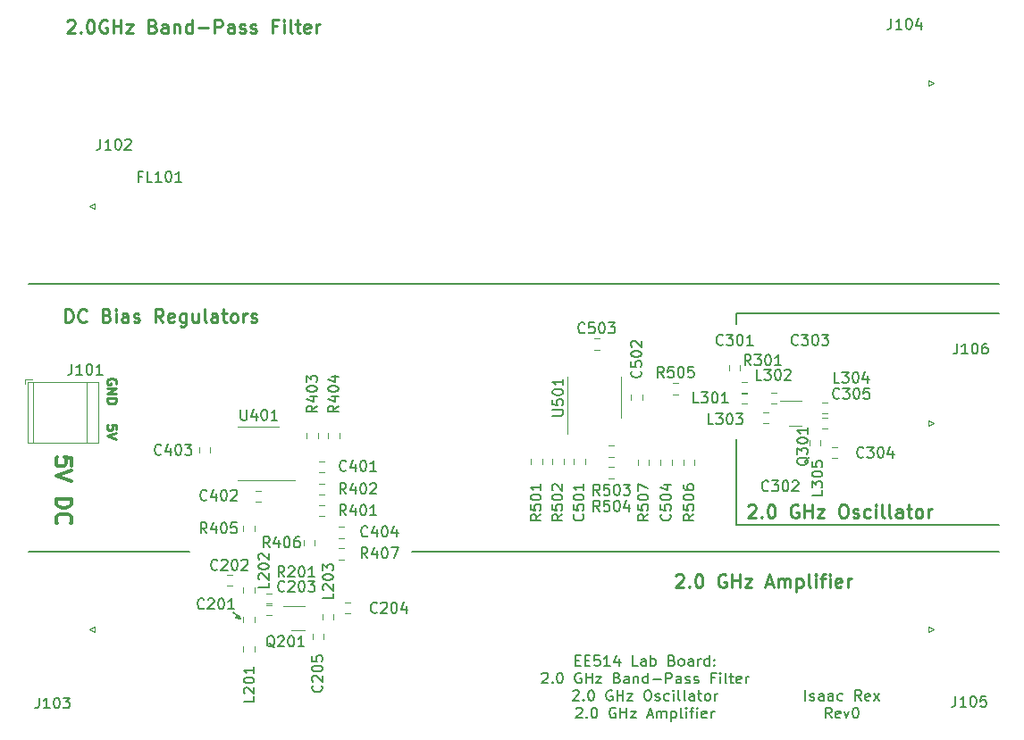
<source format=gbr>
%TF.GenerationSoftware,KiCad,Pcbnew,(5.1.6-0-10_14)*%
%TF.CreationDate,2021-11-19T16:45:31-06:00*%
%TF.ProjectId,EE514 Board,45453531-3420-4426-9f61-72642e6b6963,rev?*%
%TF.SameCoordinates,Original*%
%TF.FileFunction,Legend,Top*%
%TF.FilePolarity,Positive*%
%FSLAX46Y46*%
G04 Gerber Fmt 4.6, Leading zero omitted, Abs format (unit mm)*
G04 Created by KiCad (PCBNEW (5.1.6-0-10_14)) date 2021-11-19 16:45:31*
%MOMM*%
%LPD*%
G01*
G04 APERTURE LIST*
%ADD10C,0.222250*%
%ADD11C,0.300000*%
%ADD12C,0.150000*%
%ADD13C,0.254000*%
%ADD14C,0.203200*%
%ADD15C,0.152400*%
%ADD16C,0.120000*%
G04 APERTURE END LIST*
D10*
X103864833Y-99144666D02*
X103864833Y-98721333D01*
X103441500Y-98679000D01*
X103483833Y-98721333D01*
X103526166Y-98806000D01*
X103526166Y-99017666D01*
X103483833Y-99102333D01*
X103441500Y-99144666D01*
X103356833Y-99187000D01*
X103145166Y-99187000D01*
X103060500Y-99144666D01*
X103018166Y-99102333D01*
X102975833Y-99017666D01*
X102975833Y-98806000D01*
X103018166Y-98721333D01*
X103060500Y-98679000D01*
X103864833Y-99441000D02*
X102975833Y-99737333D01*
X103864833Y-100033666D01*
X103822500Y-94826666D02*
X103864833Y-94742000D01*
X103864833Y-94615000D01*
X103822500Y-94488000D01*
X103737833Y-94403333D01*
X103653166Y-94361000D01*
X103483833Y-94318666D01*
X103356833Y-94318666D01*
X103187500Y-94361000D01*
X103102833Y-94403333D01*
X103018166Y-94488000D01*
X102975833Y-94615000D01*
X102975833Y-94699666D01*
X103018166Y-94826666D01*
X103060500Y-94869000D01*
X103356833Y-94869000D01*
X103356833Y-94699666D01*
X102975833Y-95250000D02*
X103864833Y-95250000D01*
X102975833Y-95758000D01*
X103864833Y-95758000D01*
X102975833Y-96181333D02*
X103864833Y-96181333D01*
X103864833Y-96393000D01*
X103822500Y-96520000D01*
X103737833Y-96604666D01*
X103653166Y-96647000D01*
X103483833Y-96689333D01*
X103356833Y-96689333D01*
X103187500Y-96647000D01*
X103102833Y-96604666D01*
X103018166Y-96520000D01*
X102975833Y-96393000D01*
X102975833Y-96181333D01*
D11*
X99627428Y-102544857D02*
X99627428Y-101830571D01*
X98913142Y-101759142D01*
X98984571Y-101830571D01*
X99056000Y-101973428D01*
X99056000Y-102330571D01*
X98984571Y-102473428D01*
X98913142Y-102544857D01*
X98770285Y-102616285D01*
X98413142Y-102616285D01*
X98270285Y-102544857D01*
X98198857Y-102473428D01*
X98127428Y-102330571D01*
X98127428Y-101973428D01*
X98198857Y-101830571D01*
X98270285Y-101759142D01*
X99627428Y-103044857D02*
X98127428Y-103544857D01*
X99627428Y-104044857D01*
X98127428Y-105687714D02*
X99627428Y-105687714D01*
X99627428Y-106044857D01*
X99556000Y-106259142D01*
X99413142Y-106402000D01*
X99270285Y-106473428D01*
X98984571Y-106544857D01*
X98770285Y-106544857D01*
X98484571Y-106473428D01*
X98341714Y-106402000D01*
X98198857Y-106259142D01*
X98127428Y-106044857D01*
X98127428Y-105687714D01*
X98270285Y-108044857D02*
X98198857Y-107973428D01*
X98127428Y-107759142D01*
X98127428Y-107616285D01*
X98198857Y-107402000D01*
X98341714Y-107259142D01*
X98484571Y-107187714D01*
X98770285Y-107116285D01*
X98984571Y-107116285D01*
X99270285Y-107187714D01*
X99413142Y-107259142D01*
X99556000Y-107402000D01*
X99627428Y-107616285D01*
X99627428Y-107759142D01*
X99556000Y-107973428D01*
X99484571Y-108044857D01*
D12*
X169140619Y-124849380D02*
X169140619Y-123849380D01*
X169569190Y-124801761D02*
X169664428Y-124849380D01*
X169854904Y-124849380D01*
X169950142Y-124801761D01*
X169997761Y-124706523D01*
X169997761Y-124658904D01*
X169950142Y-124563666D01*
X169854904Y-124516047D01*
X169712047Y-124516047D01*
X169616809Y-124468428D01*
X169569190Y-124373190D01*
X169569190Y-124325571D01*
X169616809Y-124230333D01*
X169712047Y-124182714D01*
X169854904Y-124182714D01*
X169950142Y-124230333D01*
X170854904Y-124849380D02*
X170854904Y-124325571D01*
X170807285Y-124230333D01*
X170712047Y-124182714D01*
X170521571Y-124182714D01*
X170426333Y-124230333D01*
X170854904Y-124801761D02*
X170759666Y-124849380D01*
X170521571Y-124849380D01*
X170426333Y-124801761D01*
X170378714Y-124706523D01*
X170378714Y-124611285D01*
X170426333Y-124516047D01*
X170521571Y-124468428D01*
X170759666Y-124468428D01*
X170854904Y-124420809D01*
X171759666Y-124849380D02*
X171759666Y-124325571D01*
X171712047Y-124230333D01*
X171616809Y-124182714D01*
X171426333Y-124182714D01*
X171331095Y-124230333D01*
X171759666Y-124801761D02*
X171664428Y-124849380D01*
X171426333Y-124849380D01*
X171331095Y-124801761D01*
X171283476Y-124706523D01*
X171283476Y-124611285D01*
X171331095Y-124516047D01*
X171426333Y-124468428D01*
X171664428Y-124468428D01*
X171759666Y-124420809D01*
X172664428Y-124801761D02*
X172569190Y-124849380D01*
X172378714Y-124849380D01*
X172283476Y-124801761D01*
X172235857Y-124754142D01*
X172188238Y-124658904D01*
X172188238Y-124373190D01*
X172235857Y-124277952D01*
X172283476Y-124230333D01*
X172378714Y-124182714D01*
X172569190Y-124182714D01*
X172664428Y-124230333D01*
X174426333Y-124849380D02*
X174093000Y-124373190D01*
X173854904Y-124849380D02*
X173854904Y-123849380D01*
X174235857Y-123849380D01*
X174331095Y-123897000D01*
X174378714Y-123944619D01*
X174426333Y-124039857D01*
X174426333Y-124182714D01*
X174378714Y-124277952D01*
X174331095Y-124325571D01*
X174235857Y-124373190D01*
X173854904Y-124373190D01*
X175235857Y-124801761D02*
X175140619Y-124849380D01*
X174950142Y-124849380D01*
X174854904Y-124801761D01*
X174807285Y-124706523D01*
X174807285Y-124325571D01*
X174854904Y-124230333D01*
X174950142Y-124182714D01*
X175140619Y-124182714D01*
X175235857Y-124230333D01*
X175283476Y-124325571D01*
X175283476Y-124420809D01*
X174807285Y-124516047D01*
X175616809Y-124849380D02*
X176140619Y-124182714D01*
X175616809Y-124182714D02*
X176140619Y-124849380D01*
X171616809Y-126499380D02*
X171283476Y-126023190D01*
X171045380Y-126499380D02*
X171045380Y-125499380D01*
X171426333Y-125499380D01*
X171521571Y-125547000D01*
X171569190Y-125594619D01*
X171616809Y-125689857D01*
X171616809Y-125832714D01*
X171569190Y-125927952D01*
X171521571Y-125975571D01*
X171426333Y-126023190D01*
X171045380Y-126023190D01*
X172426333Y-126451761D02*
X172331095Y-126499380D01*
X172140619Y-126499380D01*
X172045380Y-126451761D01*
X171997761Y-126356523D01*
X171997761Y-125975571D01*
X172045380Y-125880333D01*
X172140619Y-125832714D01*
X172331095Y-125832714D01*
X172426333Y-125880333D01*
X172473952Y-125975571D01*
X172473952Y-126070809D01*
X171997761Y-126166047D01*
X172807285Y-125832714D02*
X173045380Y-126499380D01*
X173283476Y-125832714D01*
X173854904Y-125499380D02*
X173950142Y-125499380D01*
X174045380Y-125547000D01*
X174093000Y-125594619D01*
X174140619Y-125689857D01*
X174188238Y-125880333D01*
X174188238Y-126118428D01*
X174140619Y-126308904D01*
X174093000Y-126404142D01*
X174045380Y-126451761D01*
X173950142Y-126499380D01*
X173854904Y-126499380D01*
X173759666Y-126451761D01*
X173712047Y-126404142D01*
X173664428Y-126308904D01*
X173616809Y-126118428D01*
X173616809Y-125880333D01*
X173664428Y-125689857D01*
X173712047Y-125594619D01*
X173759666Y-125547000D01*
X173854904Y-125499380D01*
X147352571Y-121024571D02*
X147685904Y-121024571D01*
X147828761Y-121548380D02*
X147352571Y-121548380D01*
X147352571Y-120548380D01*
X147828761Y-120548380D01*
X148257333Y-121024571D02*
X148590666Y-121024571D01*
X148733523Y-121548380D02*
X148257333Y-121548380D01*
X148257333Y-120548380D01*
X148733523Y-120548380D01*
X149638285Y-120548380D02*
X149162095Y-120548380D01*
X149114476Y-121024571D01*
X149162095Y-120976952D01*
X149257333Y-120929333D01*
X149495428Y-120929333D01*
X149590666Y-120976952D01*
X149638285Y-121024571D01*
X149685904Y-121119809D01*
X149685904Y-121357904D01*
X149638285Y-121453142D01*
X149590666Y-121500761D01*
X149495428Y-121548380D01*
X149257333Y-121548380D01*
X149162095Y-121500761D01*
X149114476Y-121453142D01*
X150638285Y-121548380D02*
X150066857Y-121548380D01*
X150352571Y-121548380D02*
X150352571Y-120548380D01*
X150257333Y-120691238D01*
X150162095Y-120786476D01*
X150066857Y-120834095D01*
X151495428Y-120881714D02*
X151495428Y-121548380D01*
X151257333Y-120500761D02*
X151019238Y-121215047D01*
X151638285Y-121215047D01*
X153257333Y-121548380D02*
X152781142Y-121548380D01*
X152781142Y-120548380D01*
X154019238Y-121548380D02*
X154019238Y-121024571D01*
X153971619Y-120929333D01*
X153876380Y-120881714D01*
X153685904Y-120881714D01*
X153590666Y-120929333D01*
X154019238Y-121500761D02*
X153924000Y-121548380D01*
X153685904Y-121548380D01*
X153590666Y-121500761D01*
X153543047Y-121405523D01*
X153543047Y-121310285D01*
X153590666Y-121215047D01*
X153685904Y-121167428D01*
X153924000Y-121167428D01*
X154019238Y-121119809D01*
X154495428Y-121548380D02*
X154495428Y-120548380D01*
X154495428Y-120929333D02*
X154590666Y-120881714D01*
X154781142Y-120881714D01*
X154876380Y-120929333D01*
X154924000Y-120976952D01*
X154971619Y-121072190D01*
X154971619Y-121357904D01*
X154924000Y-121453142D01*
X154876380Y-121500761D01*
X154781142Y-121548380D01*
X154590666Y-121548380D01*
X154495428Y-121500761D01*
X156495428Y-121024571D02*
X156638285Y-121072190D01*
X156685904Y-121119809D01*
X156733523Y-121215047D01*
X156733523Y-121357904D01*
X156685904Y-121453142D01*
X156638285Y-121500761D01*
X156543047Y-121548380D01*
X156162095Y-121548380D01*
X156162095Y-120548380D01*
X156495428Y-120548380D01*
X156590666Y-120596000D01*
X156638285Y-120643619D01*
X156685904Y-120738857D01*
X156685904Y-120834095D01*
X156638285Y-120929333D01*
X156590666Y-120976952D01*
X156495428Y-121024571D01*
X156162095Y-121024571D01*
X157304952Y-121548380D02*
X157209714Y-121500761D01*
X157162095Y-121453142D01*
X157114476Y-121357904D01*
X157114476Y-121072190D01*
X157162095Y-120976952D01*
X157209714Y-120929333D01*
X157304952Y-120881714D01*
X157447809Y-120881714D01*
X157543047Y-120929333D01*
X157590666Y-120976952D01*
X157638285Y-121072190D01*
X157638285Y-121357904D01*
X157590666Y-121453142D01*
X157543047Y-121500761D01*
X157447809Y-121548380D01*
X157304952Y-121548380D01*
X158495428Y-121548380D02*
X158495428Y-121024571D01*
X158447809Y-120929333D01*
X158352571Y-120881714D01*
X158162095Y-120881714D01*
X158066857Y-120929333D01*
X158495428Y-121500761D02*
X158400190Y-121548380D01*
X158162095Y-121548380D01*
X158066857Y-121500761D01*
X158019238Y-121405523D01*
X158019238Y-121310285D01*
X158066857Y-121215047D01*
X158162095Y-121167428D01*
X158400190Y-121167428D01*
X158495428Y-121119809D01*
X158971619Y-121548380D02*
X158971619Y-120881714D01*
X158971619Y-121072190D02*
X159019238Y-120976952D01*
X159066857Y-120929333D01*
X159162095Y-120881714D01*
X159257333Y-120881714D01*
X160019238Y-121548380D02*
X160019238Y-120548380D01*
X160019238Y-121500761D02*
X159924000Y-121548380D01*
X159733523Y-121548380D01*
X159638285Y-121500761D01*
X159590666Y-121453142D01*
X159543047Y-121357904D01*
X159543047Y-121072190D01*
X159590666Y-120976952D01*
X159638285Y-120929333D01*
X159733523Y-120881714D01*
X159924000Y-120881714D01*
X160019238Y-120929333D01*
X160495428Y-121453142D02*
X160543047Y-121500761D01*
X160495428Y-121548380D01*
X160447809Y-121500761D01*
X160495428Y-121453142D01*
X160495428Y-121548380D01*
X160495428Y-120929333D02*
X160543047Y-120976952D01*
X160495428Y-121024571D01*
X160447809Y-120976952D01*
X160495428Y-120929333D01*
X160495428Y-121024571D01*
X144162095Y-122293619D02*
X144209714Y-122246000D01*
X144304952Y-122198380D01*
X144543047Y-122198380D01*
X144638285Y-122246000D01*
X144685904Y-122293619D01*
X144733523Y-122388857D01*
X144733523Y-122484095D01*
X144685904Y-122626952D01*
X144114476Y-123198380D01*
X144733523Y-123198380D01*
X145162095Y-123103142D02*
X145209714Y-123150761D01*
X145162095Y-123198380D01*
X145114476Y-123150761D01*
X145162095Y-123103142D01*
X145162095Y-123198380D01*
X145828761Y-122198380D02*
X145924000Y-122198380D01*
X146019238Y-122246000D01*
X146066857Y-122293619D01*
X146114476Y-122388857D01*
X146162095Y-122579333D01*
X146162095Y-122817428D01*
X146114476Y-123007904D01*
X146066857Y-123103142D01*
X146019238Y-123150761D01*
X145924000Y-123198380D01*
X145828761Y-123198380D01*
X145733523Y-123150761D01*
X145685904Y-123103142D01*
X145638285Y-123007904D01*
X145590666Y-122817428D01*
X145590666Y-122579333D01*
X145638285Y-122388857D01*
X145685904Y-122293619D01*
X145733523Y-122246000D01*
X145828761Y-122198380D01*
X147876380Y-122246000D02*
X147781142Y-122198380D01*
X147638285Y-122198380D01*
X147495428Y-122246000D01*
X147400190Y-122341238D01*
X147352571Y-122436476D01*
X147304952Y-122626952D01*
X147304952Y-122769809D01*
X147352571Y-122960285D01*
X147400190Y-123055523D01*
X147495428Y-123150761D01*
X147638285Y-123198380D01*
X147733523Y-123198380D01*
X147876380Y-123150761D01*
X147924000Y-123103142D01*
X147924000Y-122769809D01*
X147733523Y-122769809D01*
X148352571Y-123198380D02*
X148352571Y-122198380D01*
X148352571Y-122674571D02*
X148924000Y-122674571D01*
X148924000Y-123198380D02*
X148924000Y-122198380D01*
X149304952Y-122531714D02*
X149828761Y-122531714D01*
X149304952Y-123198380D01*
X149828761Y-123198380D01*
X151304952Y-122674571D02*
X151447809Y-122722190D01*
X151495428Y-122769809D01*
X151543047Y-122865047D01*
X151543047Y-123007904D01*
X151495428Y-123103142D01*
X151447809Y-123150761D01*
X151352571Y-123198380D01*
X150971619Y-123198380D01*
X150971619Y-122198380D01*
X151304952Y-122198380D01*
X151400190Y-122246000D01*
X151447809Y-122293619D01*
X151495428Y-122388857D01*
X151495428Y-122484095D01*
X151447809Y-122579333D01*
X151400190Y-122626952D01*
X151304952Y-122674571D01*
X150971619Y-122674571D01*
X152400190Y-123198380D02*
X152400190Y-122674571D01*
X152352571Y-122579333D01*
X152257333Y-122531714D01*
X152066857Y-122531714D01*
X151971619Y-122579333D01*
X152400190Y-123150761D02*
X152304952Y-123198380D01*
X152066857Y-123198380D01*
X151971619Y-123150761D01*
X151924000Y-123055523D01*
X151924000Y-122960285D01*
X151971619Y-122865047D01*
X152066857Y-122817428D01*
X152304952Y-122817428D01*
X152400190Y-122769809D01*
X152876380Y-122531714D02*
X152876380Y-123198380D01*
X152876380Y-122626952D02*
X152924000Y-122579333D01*
X153019238Y-122531714D01*
X153162095Y-122531714D01*
X153257333Y-122579333D01*
X153304952Y-122674571D01*
X153304952Y-123198380D01*
X154209714Y-123198380D02*
X154209714Y-122198380D01*
X154209714Y-123150761D02*
X154114476Y-123198380D01*
X153924000Y-123198380D01*
X153828761Y-123150761D01*
X153781142Y-123103142D01*
X153733523Y-123007904D01*
X153733523Y-122722190D01*
X153781142Y-122626952D01*
X153828761Y-122579333D01*
X153924000Y-122531714D01*
X154114476Y-122531714D01*
X154209714Y-122579333D01*
X154685904Y-122817428D02*
X155447809Y-122817428D01*
X155924000Y-123198380D02*
X155924000Y-122198380D01*
X156304952Y-122198380D01*
X156400190Y-122246000D01*
X156447809Y-122293619D01*
X156495428Y-122388857D01*
X156495428Y-122531714D01*
X156447809Y-122626952D01*
X156400190Y-122674571D01*
X156304952Y-122722190D01*
X155924000Y-122722190D01*
X157352571Y-123198380D02*
X157352571Y-122674571D01*
X157304952Y-122579333D01*
X157209714Y-122531714D01*
X157019238Y-122531714D01*
X156924000Y-122579333D01*
X157352571Y-123150761D02*
X157257333Y-123198380D01*
X157019238Y-123198380D01*
X156924000Y-123150761D01*
X156876380Y-123055523D01*
X156876380Y-122960285D01*
X156924000Y-122865047D01*
X157019238Y-122817428D01*
X157257333Y-122817428D01*
X157352571Y-122769809D01*
X157781142Y-123150761D02*
X157876380Y-123198380D01*
X158066857Y-123198380D01*
X158162095Y-123150761D01*
X158209714Y-123055523D01*
X158209714Y-123007904D01*
X158162095Y-122912666D01*
X158066857Y-122865047D01*
X157924000Y-122865047D01*
X157828761Y-122817428D01*
X157781142Y-122722190D01*
X157781142Y-122674571D01*
X157828761Y-122579333D01*
X157924000Y-122531714D01*
X158066857Y-122531714D01*
X158162095Y-122579333D01*
X158590666Y-123150761D02*
X158685904Y-123198380D01*
X158876380Y-123198380D01*
X158971619Y-123150761D01*
X159019238Y-123055523D01*
X159019238Y-123007904D01*
X158971619Y-122912666D01*
X158876380Y-122865047D01*
X158733523Y-122865047D01*
X158638285Y-122817428D01*
X158590666Y-122722190D01*
X158590666Y-122674571D01*
X158638285Y-122579333D01*
X158733523Y-122531714D01*
X158876380Y-122531714D01*
X158971619Y-122579333D01*
X160543047Y-122674571D02*
X160209714Y-122674571D01*
X160209714Y-123198380D02*
X160209714Y-122198380D01*
X160685904Y-122198380D01*
X161066857Y-123198380D02*
X161066857Y-122531714D01*
X161066857Y-122198380D02*
X161019238Y-122246000D01*
X161066857Y-122293619D01*
X161114476Y-122246000D01*
X161066857Y-122198380D01*
X161066857Y-122293619D01*
X161685904Y-123198380D02*
X161590666Y-123150761D01*
X161543047Y-123055523D01*
X161543047Y-122198380D01*
X161924000Y-122531714D02*
X162304952Y-122531714D01*
X162066857Y-122198380D02*
X162066857Y-123055523D01*
X162114476Y-123150761D01*
X162209714Y-123198380D01*
X162304952Y-123198380D01*
X163019238Y-123150761D02*
X162924000Y-123198380D01*
X162733523Y-123198380D01*
X162638285Y-123150761D01*
X162590666Y-123055523D01*
X162590666Y-122674571D01*
X162638285Y-122579333D01*
X162733523Y-122531714D01*
X162924000Y-122531714D01*
X163019238Y-122579333D01*
X163066857Y-122674571D01*
X163066857Y-122769809D01*
X162590666Y-122865047D01*
X163495428Y-123198380D02*
X163495428Y-122531714D01*
X163495428Y-122722190D02*
X163543047Y-122626952D01*
X163590666Y-122579333D01*
X163685904Y-122531714D01*
X163781142Y-122531714D01*
X147114476Y-123943619D02*
X147162095Y-123896000D01*
X147257333Y-123848380D01*
X147495428Y-123848380D01*
X147590666Y-123896000D01*
X147638285Y-123943619D01*
X147685904Y-124038857D01*
X147685904Y-124134095D01*
X147638285Y-124276952D01*
X147066857Y-124848380D01*
X147685904Y-124848380D01*
X148114476Y-124753142D02*
X148162095Y-124800761D01*
X148114476Y-124848380D01*
X148066857Y-124800761D01*
X148114476Y-124753142D01*
X148114476Y-124848380D01*
X148781142Y-123848380D02*
X148876380Y-123848380D01*
X148971619Y-123896000D01*
X149019238Y-123943619D01*
X149066857Y-124038857D01*
X149114476Y-124229333D01*
X149114476Y-124467428D01*
X149066857Y-124657904D01*
X149019238Y-124753142D01*
X148971619Y-124800761D01*
X148876380Y-124848380D01*
X148781142Y-124848380D01*
X148685904Y-124800761D01*
X148638285Y-124753142D01*
X148590666Y-124657904D01*
X148543047Y-124467428D01*
X148543047Y-124229333D01*
X148590666Y-124038857D01*
X148638285Y-123943619D01*
X148685904Y-123896000D01*
X148781142Y-123848380D01*
X150828761Y-123896000D02*
X150733523Y-123848380D01*
X150590666Y-123848380D01*
X150447809Y-123896000D01*
X150352571Y-123991238D01*
X150304952Y-124086476D01*
X150257333Y-124276952D01*
X150257333Y-124419809D01*
X150304952Y-124610285D01*
X150352571Y-124705523D01*
X150447809Y-124800761D01*
X150590666Y-124848380D01*
X150685904Y-124848380D01*
X150828761Y-124800761D01*
X150876380Y-124753142D01*
X150876380Y-124419809D01*
X150685904Y-124419809D01*
X151304952Y-124848380D02*
X151304952Y-123848380D01*
X151304952Y-124324571D02*
X151876380Y-124324571D01*
X151876380Y-124848380D02*
X151876380Y-123848380D01*
X152257333Y-124181714D02*
X152781142Y-124181714D01*
X152257333Y-124848380D01*
X152781142Y-124848380D01*
X154114476Y-123848380D02*
X154304952Y-123848380D01*
X154400190Y-123896000D01*
X154495428Y-123991238D01*
X154543047Y-124181714D01*
X154543047Y-124515047D01*
X154495428Y-124705523D01*
X154400190Y-124800761D01*
X154304952Y-124848380D01*
X154114476Y-124848380D01*
X154019238Y-124800761D01*
X153924000Y-124705523D01*
X153876380Y-124515047D01*
X153876380Y-124181714D01*
X153924000Y-123991238D01*
X154019238Y-123896000D01*
X154114476Y-123848380D01*
X154924000Y-124800761D02*
X155019238Y-124848380D01*
X155209714Y-124848380D01*
X155304952Y-124800761D01*
X155352571Y-124705523D01*
X155352571Y-124657904D01*
X155304952Y-124562666D01*
X155209714Y-124515047D01*
X155066857Y-124515047D01*
X154971619Y-124467428D01*
X154924000Y-124372190D01*
X154924000Y-124324571D01*
X154971619Y-124229333D01*
X155066857Y-124181714D01*
X155209714Y-124181714D01*
X155304952Y-124229333D01*
X156209714Y-124800761D02*
X156114476Y-124848380D01*
X155924000Y-124848380D01*
X155828761Y-124800761D01*
X155781142Y-124753142D01*
X155733523Y-124657904D01*
X155733523Y-124372190D01*
X155781142Y-124276952D01*
X155828761Y-124229333D01*
X155924000Y-124181714D01*
X156114476Y-124181714D01*
X156209714Y-124229333D01*
X156638285Y-124848380D02*
X156638285Y-124181714D01*
X156638285Y-123848380D02*
X156590666Y-123896000D01*
X156638285Y-123943619D01*
X156685904Y-123896000D01*
X156638285Y-123848380D01*
X156638285Y-123943619D01*
X157257333Y-124848380D02*
X157162095Y-124800761D01*
X157114476Y-124705523D01*
X157114476Y-123848380D01*
X157781142Y-124848380D02*
X157685904Y-124800761D01*
X157638285Y-124705523D01*
X157638285Y-123848380D01*
X158590666Y-124848380D02*
X158590666Y-124324571D01*
X158543047Y-124229333D01*
X158447809Y-124181714D01*
X158257333Y-124181714D01*
X158162095Y-124229333D01*
X158590666Y-124800761D02*
X158495428Y-124848380D01*
X158257333Y-124848380D01*
X158162095Y-124800761D01*
X158114476Y-124705523D01*
X158114476Y-124610285D01*
X158162095Y-124515047D01*
X158257333Y-124467428D01*
X158495428Y-124467428D01*
X158590666Y-124419809D01*
X158924000Y-124181714D02*
X159304952Y-124181714D01*
X159066857Y-123848380D02*
X159066857Y-124705523D01*
X159114476Y-124800761D01*
X159209714Y-124848380D01*
X159304952Y-124848380D01*
X159781142Y-124848380D02*
X159685904Y-124800761D01*
X159638285Y-124753142D01*
X159590666Y-124657904D01*
X159590666Y-124372190D01*
X159638285Y-124276952D01*
X159685904Y-124229333D01*
X159781142Y-124181714D01*
X159924000Y-124181714D01*
X160019238Y-124229333D01*
X160066857Y-124276952D01*
X160114476Y-124372190D01*
X160114476Y-124657904D01*
X160066857Y-124753142D01*
X160019238Y-124800761D01*
X159924000Y-124848380D01*
X159781142Y-124848380D01*
X160543047Y-124848380D02*
X160543047Y-124181714D01*
X160543047Y-124372190D02*
X160590666Y-124276952D01*
X160638285Y-124229333D01*
X160733523Y-124181714D01*
X160828761Y-124181714D01*
X147424000Y-125593619D02*
X147471619Y-125546000D01*
X147566857Y-125498380D01*
X147804952Y-125498380D01*
X147900190Y-125546000D01*
X147947809Y-125593619D01*
X147995428Y-125688857D01*
X147995428Y-125784095D01*
X147947809Y-125926952D01*
X147376380Y-126498380D01*
X147995428Y-126498380D01*
X148424000Y-126403142D02*
X148471619Y-126450761D01*
X148424000Y-126498380D01*
X148376380Y-126450761D01*
X148424000Y-126403142D01*
X148424000Y-126498380D01*
X149090666Y-125498380D02*
X149185904Y-125498380D01*
X149281142Y-125546000D01*
X149328761Y-125593619D01*
X149376380Y-125688857D01*
X149424000Y-125879333D01*
X149424000Y-126117428D01*
X149376380Y-126307904D01*
X149328761Y-126403142D01*
X149281142Y-126450761D01*
X149185904Y-126498380D01*
X149090666Y-126498380D01*
X148995428Y-126450761D01*
X148947809Y-126403142D01*
X148900190Y-126307904D01*
X148852571Y-126117428D01*
X148852571Y-125879333D01*
X148900190Y-125688857D01*
X148947809Y-125593619D01*
X148995428Y-125546000D01*
X149090666Y-125498380D01*
X151138285Y-125546000D02*
X151043047Y-125498380D01*
X150900190Y-125498380D01*
X150757333Y-125546000D01*
X150662095Y-125641238D01*
X150614476Y-125736476D01*
X150566857Y-125926952D01*
X150566857Y-126069809D01*
X150614476Y-126260285D01*
X150662095Y-126355523D01*
X150757333Y-126450761D01*
X150900190Y-126498380D01*
X150995428Y-126498380D01*
X151138285Y-126450761D01*
X151185904Y-126403142D01*
X151185904Y-126069809D01*
X150995428Y-126069809D01*
X151614476Y-126498380D02*
X151614476Y-125498380D01*
X151614476Y-125974571D02*
X152185904Y-125974571D01*
X152185904Y-126498380D02*
X152185904Y-125498380D01*
X152566857Y-125831714D02*
X153090666Y-125831714D01*
X152566857Y-126498380D01*
X153090666Y-126498380D01*
X154185904Y-126212666D02*
X154662095Y-126212666D01*
X154090666Y-126498380D02*
X154424000Y-125498380D01*
X154757333Y-126498380D01*
X155090666Y-126498380D02*
X155090666Y-125831714D01*
X155090666Y-125926952D02*
X155138285Y-125879333D01*
X155233523Y-125831714D01*
X155376380Y-125831714D01*
X155471619Y-125879333D01*
X155519238Y-125974571D01*
X155519238Y-126498380D01*
X155519238Y-125974571D02*
X155566857Y-125879333D01*
X155662095Y-125831714D01*
X155804952Y-125831714D01*
X155900190Y-125879333D01*
X155947809Y-125974571D01*
X155947809Y-126498380D01*
X156424000Y-125831714D02*
X156424000Y-126831714D01*
X156424000Y-125879333D02*
X156519238Y-125831714D01*
X156709714Y-125831714D01*
X156804952Y-125879333D01*
X156852571Y-125926952D01*
X156900190Y-126022190D01*
X156900190Y-126307904D01*
X156852571Y-126403142D01*
X156804952Y-126450761D01*
X156709714Y-126498380D01*
X156519238Y-126498380D01*
X156424000Y-126450761D01*
X157471619Y-126498380D02*
X157376380Y-126450761D01*
X157328761Y-126355523D01*
X157328761Y-125498380D01*
X157852571Y-126498380D02*
X157852571Y-125831714D01*
X157852571Y-125498380D02*
X157804952Y-125546000D01*
X157852571Y-125593619D01*
X157900190Y-125546000D01*
X157852571Y-125498380D01*
X157852571Y-125593619D01*
X158185904Y-125831714D02*
X158566857Y-125831714D01*
X158328761Y-126498380D02*
X158328761Y-125641238D01*
X158376380Y-125546000D01*
X158471619Y-125498380D01*
X158566857Y-125498380D01*
X158900190Y-126498380D02*
X158900190Y-125831714D01*
X158900190Y-125498380D02*
X158852571Y-125546000D01*
X158900190Y-125593619D01*
X158947809Y-125546000D01*
X158900190Y-125498380D01*
X158900190Y-125593619D01*
X159757333Y-126450761D02*
X159662095Y-126498380D01*
X159471619Y-126498380D01*
X159376380Y-126450761D01*
X159328761Y-126355523D01*
X159328761Y-125974571D01*
X159376380Y-125879333D01*
X159471619Y-125831714D01*
X159662095Y-125831714D01*
X159757333Y-125879333D01*
X159804952Y-125974571D01*
X159804952Y-126069809D01*
X159328761Y-126165047D01*
X160233523Y-126498380D02*
X160233523Y-125831714D01*
X160233523Y-126022190D02*
X160281142Y-125926952D01*
X160328761Y-125879333D01*
X160424000Y-125831714D01*
X160519238Y-125831714D01*
D13*
X163729004Y-106359476D02*
X163789480Y-106299000D01*
X163910433Y-106238523D01*
X164212814Y-106238523D01*
X164333766Y-106299000D01*
X164394242Y-106359476D01*
X164454719Y-106480428D01*
X164454719Y-106601380D01*
X164394242Y-106782809D01*
X163668528Y-107508523D01*
X164454719Y-107508523D01*
X164999004Y-107387571D02*
X165059480Y-107448047D01*
X164999004Y-107508523D01*
X164938528Y-107448047D01*
X164999004Y-107387571D01*
X164999004Y-107508523D01*
X165845671Y-106238523D02*
X165966623Y-106238523D01*
X166087576Y-106299000D01*
X166148052Y-106359476D01*
X166208528Y-106480428D01*
X166269004Y-106722333D01*
X166269004Y-107024714D01*
X166208528Y-107266619D01*
X166148052Y-107387571D01*
X166087576Y-107448047D01*
X165966623Y-107508523D01*
X165845671Y-107508523D01*
X165724719Y-107448047D01*
X165664242Y-107387571D01*
X165603766Y-107266619D01*
X165543290Y-107024714D01*
X165543290Y-106722333D01*
X165603766Y-106480428D01*
X165664242Y-106359476D01*
X165724719Y-106299000D01*
X165845671Y-106238523D01*
X168446147Y-106299000D02*
X168325195Y-106238523D01*
X168143766Y-106238523D01*
X167962338Y-106299000D01*
X167841385Y-106419952D01*
X167780909Y-106540904D01*
X167720433Y-106782809D01*
X167720433Y-106964238D01*
X167780909Y-107206142D01*
X167841385Y-107327095D01*
X167962338Y-107448047D01*
X168143766Y-107508523D01*
X168264719Y-107508523D01*
X168446147Y-107448047D01*
X168506623Y-107387571D01*
X168506623Y-106964238D01*
X168264719Y-106964238D01*
X169050909Y-107508523D02*
X169050909Y-106238523D01*
X169050909Y-106843285D02*
X169776623Y-106843285D01*
X169776623Y-107508523D02*
X169776623Y-106238523D01*
X170260433Y-106661857D02*
X170925671Y-106661857D01*
X170260433Y-107508523D01*
X170925671Y-107508523D01*
X172619004Y-106238523D02*
X172860909Y-106238523D01*
X172981861Y-106299000D01*
X173102814Y-106419952D01*
X173163290Y-106661857D01*
X173163290Y-107085190D01*
X173102814Y-107327095D01*
X172981861Y-107448047D01*
X172860909Y-107508523D01*
X172619004Y-107508523D01*
X172498052Y-107448047D01*
X172377100Y-107327095D01*
X172316623Y-107085190D01*
X172316623Y-106661857D01*
X172377100Y-106419952D01*
X172498052Y-106299000D01*
X172619004Y-106238523D01*
X173647100Y-107448047D02*
X173768052Y-107508523D01*
X174009957Y-107508523D01*
X174130909Y-107448047D01*
X174191385Y-107327095D01*
X174191385Y-107266619D01*
X174130909Y-107145666D01*
X174009957Y-107085190D01*
X173828528Y-107085190D01*
X173707576Y-107024714D01*
X173647100Y-106903761D01*
X173647100Y-106843285D01*
X173707576Y-106722333D01*
X173828528Y-106661857D01*
X174009957Y-106661857D01*
X174130909Y-106722333D01*
X175279957Y-107448047D02*
X175159004Y-107508523D01*
X174917100Y-107508523D01*
X174796147Y-107448047D01*
X174735671Y-107387571D01*
X174675195Y-107266619D01*
X174675195Y-106903761D01*
X174735671Y-106782809D01*
X174796147Y-106722333D01*
X174917100Y-106661857D01*
X175159004Y-106661857D01*
X175279957Y-106722333D01*
X175824242Y-107508523D02*
X175824242Y-106661857D01*
X175824242Y-106238523D02*
X175763766Y-106299000D01*
X175824242Y-106359476D01*
X175884719Y-106299000D01*
X175824242Y-106238523D01*
X175824242Y-106359476D01*
X176610433Y-107508523D02*
X176489480Y-107448047D01*
X176429004Y-107327095D01*
X176429004Y-106238523D01*
X177275671Y-107508523D02*
X177154719Y-107448047D01*
X177094242Y-107327095D01*
X177094242Y-106238523D01*
X178303766Y-107508523D02*
X178303766Y-106843285D01*
X178243290Y-106722333D01*
X178122338Y-106661857D01*
X177880433Y-106661857D01*
X177759480Y-106722333D01*
X178303766Y-107448047D02*
X178182814Y-107508523D01*
X177880433Y-107508523D01*
X177759480Y-107448047D01*
X177699004Y-107327095D01*
X177699004Y-107206142D01*
X177759480Y-107085190D01*
X177880433Y-107024714D01*
X178182814Y-107024714D01*
X178303766Y-106964238D01*
X178727100Y-106661857D02*
X179210909Y-106661857D01*
X178908528Y-106238523D02*
X178908528Y-107327095D01*
X178969004Y-107448047D01*
X179089957Y-107508523D01*
X179210909Y-107508523D01*
X179815671Y-107508523D02*
X179694719Y-107448047D01*
X179634242Y-107387571D01*
X179573766Y-107266619D01*
X179573766Y-106903761D01*
X179634242Y-106782809D01*
X179694719Y-106722333D01*
X179815671Y-106661857D01*
X179997100Y-106661857D01*
X180118052Y-106722333D01*
X180178528Y-106782809D01*
X180239004Y-106903761D01*
X180239004Y-107266619D01*
X180178528Y-107387571D01*
X180118052Y-107448047D01*
X179997100Y-107508523D01*
X179815671Y-107508523D01*
X180783290Y-107508523D02*
X180783290Y-106661857D01*
X180783290Y-106903761D02*
X180843766Y-106782809D01*
X180904242Y-106722333D01*
X181025195Y-106661857D01*
X181146147Y-106661857D01*
X156871004Y-112963476D02*
X156931480Y-112903000D01*
X157052433Y-112842523D01*
X157354814Y-112842523D01*
X157475766Y-112903000D01*
X157536242Y-112963476D01*
X157596719Y-113084428D01*
X157596719Y-113205380D01*
X157536242Y-113386809D01*
X156810528Y-114112523D01*
X157596719Y-114112523D01*
X158141004Y-113991571D02*
X158201480Y-114052047D01*
X158141004Y-114112523D01*
X158080528Y-114052047D01*
X158141004Y-113991571D01*
X158141004Y-114112523D01*
X158987671Y-112842523D02*
X159108623Y-112842523D01*
X159229576Y-112903000D01*
X159290052Y-112963476D01*
X159350528Y-113084428D01*
X159411004Y-113326333D01*
X159411004Y-113628714D01*
X159350528Y-113870619D01*
X159290052Y-113991571D01*
X159229576Y-114052047D01*
X159108623Y-114112523D01*
X158987671Y-114112523D01*
X158866719Y-114052047D01*
X158806242Y-113991571D01*
X158745766Y-113870619D01*
X158685290Y-113628714D01*
X158685290Y-113326333D01*
X158745766Y-113084428D01*
X158806242Y-112963476D01*
X158866719Y-112903000D01*
X158987671Y-112842523D01*
X161588147Y-112903000D02*
X161467195Y-112842523D01*
X161285766Y-112842523D01*
X161104338Y-112903000D01*
X160983385Y-113023952D01*
X160922909Y-113144904D01*
X160862433Y-113386809D01*
X160862433Y-113568238D01*
X160922909Y-113810142D01*
X160983385Y-113931095D01*
X161104338Y-114052047D01*
X161285766Y-114112523D01*
X161406719Y-114112523D01*
X161588147Y-114052047D01*
X161648623Y-113991571D01*
X161648623Y-113568238D01*
X161406719Y-113568238D01*
X162192909Y-114112523D02*
X162192909Y-112842523D01*
X162192909Y-113447285D02*
X162918623Y-113447285D01*
X162918623Y-114112523D02*
X162918623Y-112842523D01*
X163402433Y-113265857D02*
X164067671Y-113265857D01*
X163402433Y-114112523D01*
X164067671Y-114112523D01*
X165458623Y-113749666D02*
X166063385Y-113749666D01*
X165337671Y-114112523D02*
X165761004Y-112842523D01*
X166184338Y-114112523D01*
X166607671Y-114112523D02*
X166607671Y-113265857D01*
X166607671Y-113386809D02*
X166668147Y-113326333D01*
X166789100Y-113265857D01*
X166970528Y-113265857D01*
X167091480Y-113326333D01*
X167151957Y-113447285D01*
X167151957Y-114112523D01*
X167151957Y-113447285D02*
X167212433Y-113326333D01*
X167333385Y-113265857D01*
X167514814Y-113265857D01*
X167635766Y-113326333D01*
X167696242Y-113447285D01*
X167696242Y-114112523D01*
X168301004Y-113265857D02*
X168301004Y-114535857D01*
X168301004Y-113326333D02*
X168421957Y-113265857D01*
X168663861Y-113265857D01*
X168784814Y-113326333D01*
X168845290Y-113386809D01*
X168905766Y-113507761D01*
X168905766Y-113870619D01*
X168845290Y-113991571D01*
X168784814Y-114052047D01*
X168663861Y-114112523D01*
X168421957Y-114112523D01*
X168301004Y-114052047D01*
X169631480Y-114112523D02*
X169510528Y-114052047D01*
X169450052Y-113931095D01*
X169450052Y-112842523D01*
X170115290Y-114112523D02*
X170115290Y-113265857D01*
X170115290Y-112842523D02*
X170054814Y-112903000D01*
X170115290Y-112963476D01*
X170175766Y-112903000D01*
X170115290Y-112842523D01*
X170115290Y-112963476D01*
X170538623Y-113265857D02*
X171022433Y-113265857D01*
X170720052Y-114112523D02*
X170720052Y-113023952D01*
X170780528Y-112903000D01*
X170901480Y-112842523D01*
X171022433Y-112842523D01*
X171445766Y-114112523D02*
X171445766Y-113265857D01*
X171445766Y-112842523D02*
X171385290Y-112903000D01*
X171445766Y-112963476D01*
X171506242Y-112903000D01*
X171445766Y-112842523D01*
X171445766Y-112963476D01*
X172534338Y-114052047D02*
X172413385Y-114112523D01*
X172171480Y-114112523D01*
X172050528Y-114052047D01*
X171990052Y-113931095D01*
X171990052Y-113447285D01*
X172050528Y-113326333D01*
X172171480Y-113265857D01*
X172413385Y-113265857D01*
X172534338Y-113326333D01*
X172594814Y-113447285D01*
X172594814Y-113568238D01*
X171990052Y-113689190D01*
X173139100Y-114112523D02*
X173139100Y-113265857D01*
X173139100Y-113507761D02*
X173199576Y-113386809D01*
X173260052Y-113326333D01*
X173381004Y-113265857D01*
X173501957Y-113265857D01*
D14*
X162560000Y-88138000D02*
X162560000Y-89154000D01*
X162560000Y-108204000D02*
X162560000Y-100076000D01*
D13*
X99019480Y-88966523D02*
X99019480Y-87696523D01*
X99321861Y-87696523D01*
X99503290Y-87757000D01*
X99624242Y-87877952D01*
X99684719Y-87998904D01*
X99745195Y-88240809D01*
X99745195Y-88422238D01*
X99684719Y-88664142D01*
X99624242Y-88785095D01*
X99503290Y-88906047D01*
X99321861Y-88966523D01*
X99019480Y-88966523D01*
X101015195Y-88845571D02*
X100954719Y-88906047D01*
X100773290Y-88966523D01*
X100652338Y-88966523D01*
X100470909Y-88906047D01*
X100349957Y-88785095D01*
X100289480Y-88664142D01*
X100229004Y-88422238D01*
X100229004Y-88240809D01*
X100289480Y-87998904D01*
X100349957Y-87877952D01*
X100470909Y-87757000D01*
X100652338Y-87696523D01*
X100773290Y-87696523D01*
X100954719Y-87757000D01*
X101015195Y-87817476D01*
X102950433Y-88301285D02*
X103131861Y-88361761D01*
X103192338Y-88422238D01*
X103252814Y-88543190D01*
X103252814Y-88724619D01*
X103192338Y-88845571D01*
X103131861Y-88906047D01*
X103010909Y-88966523D01*
X102527100Y-88966523D01*
X102527100Y-87696523D01*
X102950433Y-87696523D01*
X103071385Y-87757000D01*
X103131861Y-87817476D01*
X103192338Y-87938428D01*
X103192338Y-88059380D01*
X103131861Y-88180333D01*
X103071385Y-88240809D01*
X102950433Y-88301285D01*
X102527100Y-88301285D01*
X103797100Y-88966523D02*
X103797100Y-88119857D01*
X103797100Y-87696523D02*
X103736623Y-87757000D01*
X103797100Y-87817476D01*
X103857576Y-87757000D01*
X103797100Y-87696523D01*
X103797100Y-87817476D01*
X104946147Y-88966523D02*
X104946147Y-88301285D01*
X104885671Y-88180333D01*
X104764719Y-88119857D01*
X104522814Y-88119857D01*
X104401861Y-88180333D01*
X104946147Y-88906047D02*
X104825195Y-88966523D01*
X104522814Y-88966523D01*
X104401861Y-88906047D01*
X104341385Y-88785095D01*
X104341385Y-88664142D01*
X104401861Y-88543190D01*
X104522814Y-88482714D01*
X104825195Y-88482714D01*
X104946147Y-88422238D01*
X105490433Y-88906047D02*
X105611385Y-88966523D01*
X105853290Y-88966523D01*
X105974242Y-88906047D01*
X106034719Y-88785095D01*
X106034719Y-88724619D01*
X105974242Y-88603666D01*
X105853290Y-88543190D01*
X105671861Y-88543190D01*
X105550909Y-88482714D01*
X105490433Y-88361761D01*
X105490433Y-88301285D01*
X105550909Y-88180333D01*
X105671861Y-88119857D01*
X105853290Y-88119857D01*
X105974242Y-88180333D01*
X108272338Y-88966523D02*
X107849004Y-88361761D01*
X107546623Y-88966523D02*
X107546623Y-87696523D01*
X108030433Y-87696523D01*
X108151385Y-87757000D01*
X108211861Y-87817476D01*
X108272338Y-87938428D01*
X108272338Y-88119857D01*
X108211861Y-88240809D01*
X108151385Y-88301285D01*
X108030433Y-88361761D01*
X107546623Y-88361761D01*
X109300433Y-88906047D02*
X109179480Y-88966523D01*
X108937576Y-88966523D01*
X108816623Y-88906047D01*
X108756147Y-88785095D01*
X108756147Y-88301285D01*
X108816623Y-88180333D01*
X108937576Y-88119857D01*
X109179480Y-88119857D01*
X109300433Y-88180333D01*
X109360909Y-88301285D01*
X109360909Y-88422238D01*
X108756147Y-88543190D01*
X110449480Y-88119857D02*
X110449480Y-89147952D01*
X110389004Y-89268904D01*
X110328528Y-89329380D01*
X110207576Y-89389857D01*
X110026147Y-89389857D01*
X109905195Y-89329380D01*
X110449480Y-88906047D02*
X110328528Y-88966523D01*
X110086623Y-88966523D01*
X109965671Y-88906047D01*
X109905195Y-88845571D01*
X109844719Y-88724619D01*
X109844719Y-88361761D01*
X109905195Y-88240809D01*
X109965671Y-88180333D01*
X110086623Y-88119857D01*
X110328528Y-88119857D01*
X110449480Y-88180333D01*
X111598528Y-88119857D02*
X111598528Y-88966523D01*
X111054242Y-88119857D02*
X111054242Y-88785095D01*
X111114719Y-88906047D01*
X111235671Y-88966523D01*
X111417100Y-88966523D01*
X111538052Y-88906047D01*
X111598528Y-88845571D01*
X112384719Y-88966523D02*
X112263766Y-88906047D01*
X112203290Y-88785095D01*
X112203290Y-87696523D01*
X113412814Y-88966523D02*
X113412814Y-88301285D01*
X113352338Y-88180333D01*
X113231385Y-88119857D01*
X112989480Y-88119857D01*
X112868528Y-88180333D01*
X113412814Y-88906047D02*
X113291861Y-88966523D01*
X112989480Y-88966523D01*
X112868528Y-88906047D01*
X112808052Y-88785095D01*
X112808052Y-88664142D01*
X112868528Y-88543190D01*
X112989480Y-88482714D01*
X113291861Y-88482714D01*
X113412814Y-88422238D01*
X113836147Y-88119857D02*
X114319957Y-88119857D01*
X114017576Y-87696523D02*
X114017576Y-88785095D01*
X114078052Y-88906047D01*
X114199004Y-88966523D01*
X114319957Y-88966523D01*
X114924719Y-88966523D02*
X114803766Y-88906047D01*
X114743290Y-88845571D01*
X114682814Y-88724619D01*
X114682814Y-88361761D01*
X114743290Y-88240809D01*
X114803766Y-88180333D01*
X114924719Y-88119857D01*
X115106147Y-88119857D01*
X115227100Y-88180333D01*
X115287576Y-88240809D01*
X115348052Y-88361761D01*
X115348052Y-88724619D01*
X115287576Y-88845571D01*
X115227100Y-88906047D01*
X115106147Y-88966523D01*
X114924719Y-88966523D01*
X115892338Y-88966523D02*
X115892338Y-88119857D01*
X115892338Y-88361761D02*
X115952814Y-88240809D01*
X116013290Y-88180333D01*
X116134242Y-88119857D01*
X116255195Y-88119857D01*
X116618052Y-88906047D02*
X116739004Y-88966523D01*
X116980909Y-88966523D01*
X117101861Y-88906047D01*
X117162338Y-88785095D01*
X117162338Y-88724619D01*
X117101861Y-88603666D01*
X116980909Y-88543190D01*
X116799480Y-88543190D01*
X116678528Y-88482714D01*
X116618052Y-88361761D01*
X116618052Y-88301285D01*
X116678528Y-88180333D01*
X116799480Y-88119857D01*
X116980909Y-88119857D01*
X117101861Y-88180333D01*
X99213004Y-60385476D02*
X99273480Y-60325000D01*
X99394433Y-60264523D01*
X99696814Y-60264523D01*
X99817766Y-60325000D01*
X99878242Y-60385476D01*
X99938719Y-60506428D01*
X99938719Y-60627380D01*
X99878242Y-60808809D01*
X99152528Y-61534523D01*
X99938719Y-61534523D01*
X100483004Y-61413571D02*
X100543480Y-61474047D01*
X100483004Y-61534523D01*
X100422528Y-61474047D01*
X100483004Y-61413571D01*
X100483004Y-61534523D01*
X101329671Y-60264523D02*
X101450623Y-60264523D01*
X101571576Y-60325000D01*
X101632052Y-60385476D01*
X101692528Y-60506428D01*
X101753004Y-60748333D01*
X101753004Y-61050714D01*
X101692528Y-61292619D01*
X101632052Y-61413571D01*
X101571576Y-61474047D01*
X101450623Y-61534523D01*
X101329671Y-61534523D01*
X101208719Y-61474047D01*
X101148242Y-61413571D01*
X101087766Y-61292619D01*
X101027290Y-61050714D01*
X101027290Y-60748333D01*
X101087766Y-60506428D01*
X101148242Y-60385476D01*
X101208719Y-60325000D01*
X101329671Y-60264523D01*
X102962528Y-60325000D02*
X102841576Y-60264523D01*
X102660147Y-60264523D01*
X102478719Y-60325000D01*
X102357766Y-60445952D01*
X102297290Y-60566904D01*
X102236814Y-60808809D01*
X102236814Y-60990238D01*
X102297290Y-61232142D01*
X102357766Y-61353095D01*
X102478719Y-61474047D01*
X102660147Y-61534523D01*
X102781100Y-61534523D01*
X102962528Y-61474047D01*
X103023004Y-61413571D01*
X103023004Y-60990238D01*
X102781100Y-60990238D01*
X103567290Y-61534523D02*
X103567290Y-60264523D01*
X103567290Y-60869285D02*
X104293004Y-60869285D01*
X104293004Y-61534523D02*
X104293004Y-60264523D01*
X104776814Y-60687857D02*
X105442052Y-60687857D01*
X104776814Y-61534523D01*
X105442052Y-61534523D01*
X107316814Y-60869285D02*
X107498242Y-60929761D01*
X107558719Y-60990238D01*
X107619195Y-61111190D01*
X107619195Y-61292619D01*
X107558719Y-61413571D01*
X107498242Y-61474047D01*
X107377290Y-61534523D01*
X106893480Y-61534523D01*
X106893480Y-60264523D01*
X107316814Y-60264523D01*
X107437766Y-60325000D01*
X107498242Y-60385476D01*
X107558719Y-60506428D01*
X107558719Y-60627380D01*
X107498242Y-60748333D01*
X107437766Y-60808809D01*
X107316814Y-60869285D01*
X106893480Y-60869285D01*
X108707766Y-61534523D02*
X108707766Y-60869285D01*
X108647290Y-60748333D01*
X108526338Y-60687857D01*
X108284433Y-60687857D01*
X108163480Y-60748333D01*
X108707766Y-61474047D02*
X108586814Y-61534523D01*
X108284433Y-61534523D01*
X108163480Y-61474047D01*
X108103004Y-61353095D01*
X108103004Y-61232142D01*
X108163480Y-61111190D01*
X108284433Y-61050714D01*
X108586814Y-61050714D01*
X108707766Y-60990238D01*
X109312528Y-60687857D02*
X109312528Y-61534523D01*
X109312528Y-60808809D02*
X109373004Y-60748333D01*
X109493957Y-60687857D01*
X109675385Y-60687857D01*
X109796338Y-60748333D01*
X109856814Y-60869285D01*
X109856814Y-61534523D01*
X111005861Y-61534523D02*
X111005861Y-60264523D01*
X111005861Y-61474047D02*
X110884909Y-61534523D01*
X110643004Y-61534523D01*
X110522052Y-61474047D01*
X110461576Y-61413571D01*
X110401100Y-61292619D01*
X110401100Y-60929761D01*
X110461576Y-60808809D01*
X110522052Y-60748333D01*
X110643004Y-60687857D01*
X110884909Y-60687857D01*
X111005861Y-60748333D01*
X111610623Y-61050714D02*
X112578242Y-61050714D01*
X113183004Y-61534523D02*
X113183004Y-60264523D01*
X113666814Y-60264523D01*
X113787766Y-60325000D01*
X113848242Y-60385476D01*
X113908719Y-60506428D01*
X113908719Y-60687857D01*
X113848242Y-60808809D01*
X113787766Y-60869285D01*
X113666814Y-60929761D01*
X113183004Y-60929761D01*
X114997290Y-61534523D02*
X114997290Y-60869285D01*
X114936814Y-60748333D01*
X114815861Y-60687857D01*
X114573957Y-60687857D01*
X114453004Y-60748333D01*
X114997290Y-61474047D02*
X114876338Y-61534523D01*
X114573957Y-61534523D01*
X114453004Y-61474047D01*
X114392528Y-61353095D01*
X114392528Y-61232142D01*
X114453004Y-61111190D01*
X114573957Y-61050714D01*
X114876338Y-61050714D01*
X114997290Y-60990238D01*
X115541576Y-61474047D02*
X115662528Y-61534523D01*
X115904433Y-61534523D01*
X116025385Y-61474047D01*
X116085861Y-61353095D01*
X116085861Y-61292619D01*
X116025385Y-61171666D01*
X115904433Y-61111190D01*
X115723004Y-61111190D01*
X115602052Y-61050714D01*
X115541576Y-60929761D01*
X115541576Y-60869285D01*
X115602052Y-60748333D01*
X115723004Y-60687857D01*
X115904433Y-60687857D01*
X116025385Y-60748333D01*
X116569671Y-61474047D02*
X116690623Y-61534523D01*
X116932528Y-61534523D01*
X117053480Y-61474047D01*
X117113957Y-61353095D01*
X117113957Y-61292619D01*
X117053480Y-61171666D01*
X116932528Y-61111190D01*
X116751100Y-61111190D01*
X116630147Y-61050714D01*
X116569671Y-60929761D01*
X116569671Y-60869285D01*
X116630147Y-60748333D01*
X116751100Y-60687857D01*
X116932528Y-60687857D01*
X117053480Y-60748333D01*
X119049195Y-60869285D02*
X118625861Y-60869285D01*
X118625861Y-61534523D02*
X118625861Y-60264523D01*
X119230623Y-60264523D01*
X119714433Y-61534523D02*
X119714433Y-60687857D01*
X119714433Y-60264523D02*
X119653957Y-60325000D01*
X119714433Y-60385476D01*
X119774909Y-60325000D01*
X119714433Y-60264523D01*
X119714433Y-60385476D01*
X120500623Y-61534523D02*
X120379671Y-61474047D01*
X120319195Y-61353095D01*
X120319195Y-60264523D01*
X120803004Y-60687857D02*
X121286814Y-60687857D01*
X120984433Y-60264523D02*
X120984433Y-61353095D01*
X121044909Y-61474047D01*
X121165861Y-61534523D01*
X121286814Y-61534523D01*
X122193957Y-61474047D02*
X122073004Y-61534523D01*
X121831100Y-61534523D01*
X121710147Y-61474047D01*
X121649671Y-61353095D01*
X121649671Y-60869285D01*
X121710147Y-60748333D01*
X121831100Y-60687857D01*
X122073004Y-60687857D01*
X122193957Y-60748333D01*
X122254433Y-60869285D01*
X122254433Y-60990238D01*
X121649671Y-61111190D01*
X122798719Y-61534523D02*
X122798719Y-60687857D01*
X122798719Y-60929761D02*
X122859195Y-60808809D01*
X122919671Y-60748333D01*
X123040623Y-60687857D01*
X123161576Y-60687857D01*
D14*
X115341400Y-116941600D02*
X115392200Y-116865400D01*
X115468400Y-116967000D02*
X115341400Y-116941600D01*
D15*
X115443000Y-116713000D02*
X115468400Y-116967000D01*
X115189000Y-116967000D02*
X115316000Y-116840000D01*
X115570000Y-117094000D02*
X115189000Y-116967000D01*
X115443000Y-116713000D02*
X115570000Y-117094000D01*
X115316000Y-116840000D02*
X115443000Y-116713000D01*
X114935000Y-116459000D02*
X115316000Y-116840000D01*
D14*
X131826000Y-110744000D02*
X187452000Y-110744000D01*
X95504000Y-110744000D02*
X110744000Y-110744000D01*
X187452000Y-85344000D02*
X95504000Y-85344000D01*
X162560000Y-88138000D02*
X187452000Y-88138000D01*
X187452000Y-108204000D02*
X162560000Y-108204000D01*
D16*
%TO.C,U501*%
X151678320Y-96098360D02*
X151678320Y-94148360D01*
X151678320Y-96098360D02*
X151678320Y-98048360D01*
X146558320Y-96098360D02*
X146558320Y-94148360D01*
X146558320Y-96098360D02*
X146558320Y-99548360D01*
%TO.C,U401*%
X117297200Y-98836800D02*
X115347200Y-98836800D01*
X117297200Y-98836800D02*
X119247200Y-98836800D01*
X117297200Y-103956800D02*
X115347200Y-103956800D01*
X117297200Y-103956800D02*
X120747200Y-103956800D01*
%TO.C,R507*%
X154319500Y-101980276D02*
X154319500Y-102489724D01*
X153274500Y-101980276D02*
X153274500Y-102489724D01*
%TO.C,R506*%
X157592500Y-102489724D02*
X157592500Y-101980276D01*
X158637500Y-102489724D02*
X158637500Y-101980276D01*
%TO.C,R505*%
X157099724Y-95772500D02*
X156590276Y-95772500D01*
X157099724Y-94727500D02*
X156590276Y-94727500D01*
%TO.C,R504*%
X151024044Y-103732860D02*
X150514596Y-103732860D01*
X151024044Y-102687860D02*
X150514596Y-102687860D01*
%TO.C,R503*%
X150514596Y-100655860D02*
X151024044Y-100655860D01*
X150514596Y-101700860D02*
X151024044Y-101700860D01*
%TO.C,R502*%
X146211820Y-101939636D02*
X146211820Y-102449084D01*
X145166820Y-101939636D02*
X145166820Y-102449084D01*
%TO.C,R501*%
X143134820Y-102449084D02*
X143134820Y-101939636D01*
X144179820Y-102449084D02*
X144179820Y-101939636D01*
%TO.C,R407*%
X125425924Y-111444300D02*
X124916476Y-111444300D01*
X125425924Y-110399300D02*
X124916476Y-110399300D01*
%TO.C,R406*%
X122645700Y-109651076D02*
X122645700Y-110160524D01*
X121600700Y-109651076D02*
X121600700Y-110160524D01*
%TO.C,R405*%
X115885700Y-108763524D02*
X115885700Y-108254076D01*
X116930700Y-108763524D02*
X116930700Y-108254076D01*
%TO.C,R404*%
X124982500Y-99440276D02*
X124982500Y-99949724D01*
X123937500Y-99440276D02*
X123937500Y-99949724D01*
%TO.C,R403*%
X121905500Y-99949724D02*
X121905500Y-99440276D01*
X122950500Y-99949724D02*
X122950500Y-99440276D01*
%TO.C,R402*%
X123011476Y-104252500D02*
X123520924Y-104252500D01*
X123011476Y-105297500D02*
X123520924Y-105297500D01*
%TO.C,R401*%
X123520924Y-107329500D02*
X123011476Y-107329500D01*
X123520924Y-106284500D02*
X123011476Y-106284500D01*
%TO.C,R301*%
X163624344Y-95711540D02*
X163114896Y-95711540D01*
X163624344Y-94666540D02*
X163114896Y-94666540D01*
%TO.C,R201*%
X118529824Y-115762300D02*
X118020376Y-115762300D01*
X118529824Y-114717300D02*
X118020376Y-114717300D01*
%TO.C,Q301*%
X166765940Y-96398860D02*
X168800940Y-96398860D01*
X167550940Y-98758860D02*
X168800940Y-98758860D01*
%TO.C,Q201*%
X119671800Y-115845100D02*
X121706800Y-115845100D01*
X120456800Y-118205100D02*
X121706800Y-118205100D01*
%TO.C,L305*%
X169533040Y-100148936D02*
X169533040Y-100658384D01*
X170578040Y-100148936D02*
X170578040Y-100658384D01*
%TO.C,L304*%
X170730456Y-97603840D02*
X171239904Y-97603840D01*
X170730456Y-96558840D02*
X171239904Y-96558840D01*
%TO.C,L303*%
X165623964Y-97513880D02*
X165114516Y-97513880D01*
X165623964Y-98558880D02*
X165114516Y-98558880D01*
%TO.C,L302*%
X166420884Y-95613960D02*
X165911436Y-95613960D01*
X166420884Y-96658960D02*
X165911436Y-96658960D01*
%TO.C,L301*%
X163623084Y-95613960D02*
X163113636Y-95613960D01*
X163623084Y-96658960D02*
X163113636Y-96658960D01*
%TO.C,L203*%
X124423700Y-117185524D02*
X124423700Y-116676076D01*
X123378700Y-117185524D02*
X123378700Y-116676076D01*
%TO.C,L202*%
X116930700Y-114590924D02*
X116930700Y-114081476D01*
X115885700Y-114590924D02*
X115885700Y-114081476D01*
%TO.C,L201*%
X115885700Y-119673276D02*
X115885700Y-120182724D01*
X116930700Y-119673276D02*
X116930700Y-120182724D01*
%TO.C,J106*%
X180811800Y-98251200D02*
X181311800Y-98501200D01*
X180811800Y-98751200D02*
X180811800Y-98251200D01*
X181311800Y-98501200D02*
X180811800Y-98751200D01*
%TO.C,J105*%
X180811800Y-117860000D02*
X181311800Y-118110000D01*
X180811800Y-118360000D02*
X180811800Y-117860000D01*
X181311800Y-118110000D02*
X180811800Y-118360000D01*
%TO.C,J104*%
X180811800Y-66044000D02*
X181311800Y-66294000D01*
X180811800Y-66544000D02*
X180811800Y-66044000D01*
X181311800Y-66294000D02*
X180811800Y-66544000D01*
%TO.C,J103*%
X101814000Y-118360000D02*
X101314000Y-118110000D01*
X101814000Y-117860000D02*
X101814000Y-118360000D01*
X101314000Y-118110000D02*
X101814000Y-117860000D01*
%TO.C,J102*%
X101814000Y-78228000D02*
X101314000Y-77978000D01*
X101814000Y-77728000D02*
X101814000Y-78228000D01*
X101314000Y-77978000D02*
X101814000Y-77728000D01*
%TO.C,J101*%
X95956000Y-94646000D02*
X95956000Y-100426000D01*
X101056000Y-94646000D02*
X101056000Y-100426000D01*
X102176000Y-94646000D02*
X102176000Y-100426000D01*
X95436000Y-94646000D02*
X95436000Y-100426000D01*
X102176000Y-94646000D02*
X95436000Y-94646000D01*
X102176000Y-100426000D02*
X95436000Y-100426000D01*
X95836000Y-94406000D02*
X95196000Y-94406000D01*
X95196000Y-94406000D02*
X95196000Y-94806000D01*
%TO.C,C504*%
X156478500Y-101980276D02*
X156478500Y-102489724D01*
X155433500Y-101980276D02*
X155433500Y-102489724D01*
%TO.C,C503*%
X149627044Y-91540860D02*
X149117596Y-91540860D01*
X149627044Y-90495860D02*
X149117596Y-90495860D01*
%TO.C,C502*%
X153684500Y-95843636D02*
X153684500Y-96353084D01*
X152639500Y-95843636D02*
X152639500Y-96353084D01*
%TO.C,C501*%
X147198820Y-102449084D02*
X147198820Y-101939636D01*
X148243820Y-102449084D02*
X148243820Y-101939636D01*
%TO.C,C404*%
X125425924Y-109412300D02*
X124916476Y-109412300D01*
X125425924Y-108367300D02*
X124916476Y-108367300D01*
%TO.C,C403*%
X112739700Y-100824576D02*
X112739700Y-101334024D01*
X111694700Y-100824576D02*
X111694700Y-101334024D01*
%TO.C,C402*%
X117042476Y-104938300D02*
X117551924Y-104938300D01*
X117042476Y-105983300D02*
X117551924Y-105983300D01*
%TO.C,C401*%
X123520924Y-103189300D02*
X123011476Y-103189300D01*
X123520924Y-102144300D02*
X123011476Y-102144300D01*
%TO.C,C305*%
X171234824Y-99054180D02*
X170725376Y-99054180D01*
X171234824Y-98009180D02*
X170725376Y-98009180D01*
%TO.C,C304*%
X171672796Y-100803180D02*
X172182244Y-100803180D01*
X171672796Y-101848180D02*
X172182244Y-101848180D01*
%TO.C,C301*%
X161923200Y-93569244D02*
X161923200Y-93059796D01*
X162968200Y-93569244D02*
X162968200Y-93059796D01*
%TO.C,C205*%
X122438900Y-119012424D02*
X122438900Y-118502976D01*
X123483900Y-119012424D02*
X123483900Y-118502976D01*
%TO.C,C204*%
X125513376Y-115504700D02*
X126022824Y-115504700D01*
X125513376Y-116549700D02*
X126022824Y-116549700D01*
%TO.C,C203*%
X118529824Y-116702100D02*
X118020376Y-116702100D01*
X118529824Y-115657100D02*
X118020376Y-115657100D01*
%TO.C,C202*%
X114797924Y-113933500D02*
X114288476Y-113933500D01*
X114797924Y-112888500D02*
X114288476Y-112888500D01*
%TO.C,C201*%
X116930700Y-116879276D02*
X116930700Y-117388724D01*
X115885700Y-116879276D02*
X115885700Y-117388724D01*
%TO.C,C303*%
D12*
X168446272Y-91035142D02*
X168398653Y-91082761D01*
X168255796Y-91130380D01*
X168160558Y-91130380D01*
X168017700Y-91082761D01*
X167922462Y-90987523D01*
X167874843Y-90892285D01*
X167827224Y-90701809D01*
X167827224Y-90558952D01*
X167874843Y-90368476D01*
X167922462Y-90273238D01*
X168017700Y-90178000D01*
X168160558Y-90130380D01*
X168255796Y-90130380D01*
X168398653Y-90178000D01*
X168446272Y-90225619D01*
X168779605Y-90130380D02*
X169398653Y-90130380D01*
X169065320Y-90511333D01*
X169208177Y-90511333D01*
X169303415Y-90558952D01*
X169351034Y-90606571D01*
X169398653Y-90701809D01*
X169398653Y-90939904D01*
X169351034Y-91035142D01*
X169303415Y-91082761D01*
X169208177Y-91130380D01*
X168922462Y-91130380D01*
X168827224Y-91082761D01*
X168779605Y-91035142D01*
X170017700Y-90130380D02*
X170112939Y-90130380D01*
X170208177Y-90178000D01*
X170255796Y-90225619D01*
X170303415Y-90320857D01*
X170351034Y-90511333D01*
X170351034Y-90749428D01*
X170303415Y-90939904D01*
X170255796Y-91035142D01*
X170208177Y-91082761D01*
X170112939Y-91130380D01*
X170017700Y-91130380D01*
X169922462Y-91082761D01*
X169874843Y-91035142D01*
X169827224Y-90939904D01*
X169779605Y-90749428D01*
X169779605Y-90511333D01*
X169827224Y-90320857D01*
X169874843Y-90225619D01*
X169922462Y-90178000D01*
X170017700Y-90130380D01*
X170684367Y-90130380D02*
X171303415Y-90130380D01*
X170970081Y-90511333D01*
X171112939Y-90511333D01*
X171208177Y-90558952D01*
X171255796Y-90606571D01*
X171303415Y-90701809D01*
X171303415Y-90939904D01*
X171255796Y-91035142D01*
X171208177Y-91082761D01*
X171112939Y-91130380D01*
X170827224Y-91130380D01*
X170731986Y-91082761D01*
X170684367Y-91035142D01*
%TO.C,C302*%
X165631952Y-104878142D02*
X165584333Y-104925761D01*
X165441476Y-104973380D01*
X165346238Y-104973380D01*
X165203380Y-104925761D01*
X165108142Y-104830523D01*
X165060523Y-104735285D01*
X165012904Y-104544809D01*
X165012904Y-104401952D01*
X165060523Y-104211476D01*
X165108142Y-104116238D01*
X165203380Y-104021000D01*
X165346238Y-103973380D01*
X165441476Y-103973380D01*
X165584333Y-104021000D01*
X165631952Y-104068619D01*
X165965285Y-103973380D02*
X166584333Y-103973380D01*
X166251000Y-104354333D01*
X166393857Y-104354333D01*
X166489095Y-104401952D01*
X166536714Y-104449571D01*
X166584333Y-104544809D01*
X166584333Y-104782904D01*
X166536714Y-104878142D01*
X166489095Y-104925761D01*
X166393857Y-104973380D01*
X166108142Y-104973380D01*
X166012904Y-104925761D01*
X165965285Y-104878142D01*
X167203380Y-103973380D02*
X167298619Y-103973380D01*
X167393857Y-104021000D01*
X167441476Y-104068619D01*
X167489095Y-104163857D01*
X167536714Y-104354333D01*
X167536714Y-104592428D01*
X167489095Y-104782904D01*
X167441476Y-104878142D01*
X167393857Y-104925761D01*
X167298619Y-104973380D01*
X167203380Y-104973380D01*
X167108142Y-104925761D01*
X167060523Y-104878142D01*
X167012904Y-104782904D01*
X166965285Y-104592428D01*
X166965285Y-104354333D01*
X167012904Y-104163857D01*
X167060523Y-104068619D01*
X167108142Y-104021000D01*
X167203380Y-103973380D01*
X167917666Y-104068619D02*
X167965285Y-104021000D01*
X168060523Y-103973380D01*
X168298619Y-103973380D01*
X168393857Y-104021000D01*
X168441476Y-104068619D01*
X168489095Y-104163857D01*
X168489095Y-104259095D01*
X168441476Y-104401952D01*
X167870047Y-104973380D01*
X168489095Y-104973380D01*
%TO.C,FL101*%
X106259523Y-75112571D02*
X105926190Y-75112571D01*
X105926190Y-75636380D02*
X105926190Y-74636380D01*
X106402380Y-74636380D01*
X107259523Y-75636380D02*
X106783333Y-75636380D01*
X106783333Y-74636380D01*
X108116666Y-75636380D02*
X107545238Y-75636380D01*
X107830952Y-75636380D02*
X107830952Y-74636380D01*
X107735714Y-74779238D01*
X107640476Y-74874476D01*
X107545238Y-74922095D01*
X108735714Y-74636380D02*
X108830952Y-74636380D01*
X108926190Y-74684000D01*
X108973809Y-74731619D01*
X109021428Y-74826857D01*
X109069047Y-75017333D01*
X109069047Y-75255428D01*
X109021428Y-75445904D01*
X108973809Y-75541142D01*
X108926190Y-75588761D01*
X108830952Y-75636380D01*
X108735714Y-75636380D01*
X108640476Y-75588761D01*
X108592857Y-75541142D01*
X108545238Y-75445904D01*
X108497619Y-75255428D01*
X108497619Y-75017333D01*
X108545238Y-74826857D01*
X108592857Y-74731619D01*
X108640476Y-74684000D01*
X108735714Y-74636380D01*
X110021428Y-75636380D02*
X109450000Y-75636380D01*
X109735714Y-75636380D02*
X109735714Y-74636380D01*
X109640476Y-74779238D01*
X109545238Y-74874476D01*
X109450000Y-74922095D01*
%TO.C,U501*%
X145170700Y-97812645D02*
X145980224Y-97812645D01*
X146075462Y-97765026D01*
X146123081Y-97717407D01*
X146170700Y-97622169D01*
X146170700Y-97431693D01*
X146123081Y-97336455D01*
X146075462Y-97288836D01*
X145980224Y-97241217D01*
X145170700Y-97241217D01*
X145170700Y-96288836D02*
X145170700Y-96765026D01*
X145646891Y-96812645D01*
X145599272Y-96765026D01*
X145551653Y-96669788D01*
X145551653Y-96431693D01*
X145599272Y-96336455D01*
X145646891Y-96288836D01*
X145742129Y-96241217D01*
X145980224Y-96241217D01*
X146075462Y-96288836D01*
X146123081Y-96336455D01*
X146170700Y-96431693D01*
X146170700Y-96669788D01*
X146123081Y-96765026D01*
X146075462Y-96812645D01*
X145170700Y-95622169D02*
X145170700Y-95526931D01*
X145218320Y-95431693D01*
X145265939Y-95384074D01*
X145361177Y-95336455D01*
X145551653Y-95288836D01*
X145789748Y-95288836D01*
X145980224Y-95336455D01*
X146075462Y-95384074D01*
X146123081Y-95431693D01*
X146170700Y-95526931D01*
X146170700Y-95622169D01*
X146123081Y-95717407D01*
X146075462Y-95765026D01*
X145980224Y-95812645D01*
X145789748Y-95860264D01*
X145551653Y-95860264D01*
X145361177Y-95812645D01*
X145265939Y-95765026D01*
X145218320Y-95717407D01*
X145170700Y-95622169D01*
X146170700Y-94336455D02*
X146170700Y-94907883D01*
X146170700Y-94622169D02*
X145170700Y-94622169D01*
X145313558Y-94717407D01*
X145408796Y-94812645D01*
X145456415Y-94907883D01*
%TO.C,U401*%
X115633714Y-97242380D02*
X115633714Y-98051904D01*
X115681333Y-98147142D01*
X115728952Y-98194761D01*
X115824190Y-98242380D01*
X116014666Y-98242380D01*
X116109904Y-98194761D01*
X116157523Y-98147142D01*
X116205142Y-98051904D01*
X116205142Y-97242380D01*
X117109904Y-97575714D02*
X117109904Y-98242380D01*
X116871809Y-97194761D02*
X116633714Y-97909047D01*
X117252761Y-97909047D01*
X117824190Y-97242380D02*
X117919428Y-97242380D01*
X118014666Y-97290000D01*
X118062285Y-97337619D01*
X118109904Y-97432857D01*
X118157523Y-97623333D01*
X118157523Y-97861428D01*
X118109904Y-98051904D01*
X118062285Y-98147142D01*
X118014666Y-98194761D01*
X117919428Y-98242380D01*
X117824190Y-98242380D01*
X117728952Y-98194761D01*
X117681333Y-98147142D01*
X117633714Y-98051904D01*
X117586095Y-97861428D01*
X117586095Y-97623333D01*
X117633714Y-97432857D01*
X117681333Y-97337619D01*
X117728952Y-97290000D01*
X117824190Y-97242380D01*
X119109904Y-98242380D02*
X118538476Y-98242380D01*
X118824190Y-98242380D02*
X118824190Y-97242380D01*
X118728952Y-97385238D01*
X118633714Y-97480476D01*
X118538476Y-97528095D01*
%TO.C,R507*%
X154249380Y-107164047D02*
X153773190Y-107497380D01*
X154249380Y-107735476D02*
X153249380Y-107735476D01*
X153249380Y-107354523D01*
X153297000Y-107259285D01*
X153344619Y-107211666D01*
X153439857Y-107164047D01*
X153582714Y-107164047D01*
X153677952Y-107211666D01*
X153725571Y-107259285D01*
X153773190Y-107354523D01*
X153773190Y-107735476D01*
X153249380Y-106259285D02*
X153249380Y-106735476D01*
X153725571Y-106783095D01*
X153677952Y-106735476D01*
X153630333Y-106640238D01*
X153630333Y-106402142D01*
X153677952Y-106306904D01*
X153725571Y-106259285D01*
X153820809Y-106211666D01*
X154058904Y-106211666D01*
X154154142Y-106259285D01*
X154201761Y-106306904D01*
X154249380Y-106402142D01*
X154249380Y-106640238D01*
X154201761Y-106735476D01*
X154154142Y-106783095D01*
X153249380Y-105592619D02*
X153249380Y-105497380D01*
X153297000Y-105402142D01*
X153344619Y-105354523D01*
X153439857Y-105306904D01*
X153630333Y-105259285D01*
X153868428Y-105259285D01*
X154058904Y-105306904D01*
X154154142Y-105354523D01*
X154201761Y-105402142D01*
X154249380Y-105497380D01*
X154249380Y-105592619D01*
X154201761Y-105687857D01*
X154154142Y-105735476D01*
X154058904Y-105783095D01*
X153868428Y-105830714D01*
X153630333Y-105830714D01*
X153439857Y-105783095D01*
X153344619Y-105735476D01*
X153297000Y-105687857D01*
X153249380Y-105592619D01*
X153249380Y-104925952D02*
X153249380Y-104259285D01*
X154249380Y-104687857D01*
%TO.C,R506*%
X158567380Y-107164047D02*
X158091190Y-107497380D01*
X158567380Y-107735476D02*
X157567380Y-107735476D01*
X157567380Y-107354523D01*
X157615000Y-107259285D01*
X157662619Y-107211666D01*
X157757857Y-107164047D01*
X157900714Y-107164047D01*
X157995952Y-107211666D01*
X158043571Y-107259285D01*
X158091190Y-107354523D01*
X158091190Y-107735476D01*
X157567380Y-106259285D02*
X157567380Y-106735476D01*
X158043571Y-106783095D01*
X157995952Y-106735476D01*
X157948333Y-106640238D01*
X157948333Y-106402142D01*
X157995952Y-106306904D01*
X158043571Y-106259285D01*
X158138809Y-106211666D01*
X158376904Y-106211666D01*
X158472142Y-106259285D01*
X158519761Y-106306904D01*
X158567380Y-106402142D01*
X158567380Y-106640238D01*
X158519761Y-106735476D01*
X158472142Y-106783095D01*
X157567380Y-105592619D02*
X157567380Y-105497380D01*
X157615000Y-105402142D01*
X157662619Y-105354523D01*
X157757857Y-105306904D01*
X157948333Y-105259285D01*
X158186428Y-105259285D01*
X158376904Y-105306904D01*
X158472142Y-105354523D01*
X158519761Y-105402142D01*
X158567380Y-105497380D01*
X158567380Y-105592619D01*
X158519761Y-105687857D01*
X158472142Y-105735476D01*
X158376904Y-105783095D01*
X158186428Y-105830714D01*
X157948333Y-105830714D01*
X157757857Y-105783095D01*
X157662619Y-105735476D01*
X157615000Y-105687857D01*
X157567380Y-105592619D01*
X157567380Y-104402142D02*
X157567380Y-104592619D01*
X157615000Y-104687857D01*
X157662619Y-104735476D01*
X157805476Y-104830714D01*
X157995952Y-104878333D01*
X158376904Y-104878333D01*
X158472142Y-104830714D01*
X158519761Y-104783095D01*
X158567380Y-104687857D01*
X158567380Y-104497380D01*
X158519761Y-104402142D01*
X158472142Y-104354523D01*
X158376904Y-104306904D01*
X158138809Y-104306904D01*
X158043571Y-104354523D01*
X157995952Y-104402142D01*
X157948333Y-104497380D01*
X157948333Y-104687857D01*
X157995952Y-104783095D01*
X158043571Y-104830714D01*
X158138809Y-104878333D01*
%TO.C,R505*%
X155725952Y-94178380D02*
X155392619Y-93702190D01*
X155154523Y-94178380D02*
X155154523Y-93178380D01*
X155535476Y-93178380D01*
X155630714Y-93226000D01*
X155678333Y-93273619D01*
X155725952Y-93368857D01*
X155725952Y-93511714D01*
X155678333Y-93606952D01*
X155630714Y-93654571D01*
X155535476Y-93702190D01*
X155154523Y-93702190D01*
X156630714Y-93178380D02*
X156154523Y-93178380D01*
X156106904Y-93654571D01*
X156154523Y-93606952D01*
X156249761Y-93559333D01*
X156487857Y-93559333D01*
X156583095Y-93606952D01*
X156630714Y-93654571D01*
X156678333Y-93749809D01*
X156678333Y-93987904D01*
X156630714Y-94083142D01*
X156583095Y-94130761D01*
X156487857Y-94178380D01*
X156249761Y-94178380D01*
X156154523Y-94130761D01*
X156106904Y-94083142D01*
X157297380Y-93178380D02*
X157392619Y-93178380D01*
X157487857Y-93226000D01*
X157535476Y-93273619D01*
X157583095Y-93368857D01*
X157630714Y-93559333D01*
X157630714Y-93797428D01*
X157583095Y-93987904D01*
X157535476Y-94083142D01*
X157487857Y-94130761D01*
X157392619Y-94178380D01*
X157297380Y-94178380D01*
X157202142Y-94130761D01*
X157154523Y-94083142D01*
X157106904Y-93987904D01*
X157059285Y-93797428D01*
X157059285Y-93559333D01*
X157106904Y-93368857D01*
X157154523Y-93273619D01*
X157202142Y-93226000D01*
X157297380Y-93178380D01*
X158535476Y-93178380D02*
X158059285Y-93178380D01*
X158011666Y-93654571D01*
X158059285Y-93606952D01*
X158154523Y-93559333D01*
X158392619Y-93559333D01*
X158487857Y-93606952D01*
X158535476Y-93654571D01*
X158583095Y-93749809D01*
X158583095Y-93987904D01*
X158535476Y-94083142D01*
X158487857Y-94130761D01*
X158392619Y-94178380D01*
X158154523Y-94178380D01*
X158059285Y-94130761D01*
X158011666Y-94083142D01*
%TO.C,R504*%
X149650272Y-106878380D02*
X149316939Y-106402190D01*
X149078843Y-106878380D02*
X149078843Y-105878380D01*
X149459796Y-105878380D01*
X149555034Y-105926000D01*
X149602653Y-105973619D01*
X149650272Y-106068857D01*
X149650272Y-106211714D01*
X149602653Y-106306952D01*
X149555034Y-106354571D01*
X149459796Y-106402190D01*
X149078843Y-106402190D01*
X150555034Y-105878380D02*
X150078843Y-105878380D01*
X150031224Y-106354571D01*
X150078843Y-106306952D01*
X150174081Y-106259333D01*
X150412177Y-106259333D01*
X150507415Y-106306952D01*
X150555034Y-106354571D01*
X150602653Y-106449809D01*
X150602653Y-106687904D01*
X150555034Y-106783142D01*
X150507415Y-106830761D01*
X150412177Y-106878380D01*
X150174081Y-106878380D01*
X150078843Y-106830761D01*
X150031224Y-106783142D01*
X151221700Y-105878380D02*
X151316939Y-105878380D01*
X151412177Y-105926000D01*
X151459796Y-105973619D01*
X151507415Y-106068857D01*
X151555034Y-106259333D01*
X151555034Y-106497428D01*
X151507415Y-106687904D01*
X151459796Y-106783142D01*
X151412177Y-106830761D01*
X151316939Y-106878380D01*
X151221700Y-106878380D01*
X151126462Y-106830761D01*
X151078843Y-106783142D01*
X151031224Y-106687904D01*
X150983605Y-106497428D01*
X150983605Y-106259333D01*
X151031224Y-106068857D01*
X151078843Y-105973619D01*
X151126462Y-105926000D01*
X151221700Y-105878380D01*
X152412177Y-106211714D02*
X152412177Y-106878380D01*
X152174081Y-105830761D02*
X151935986Y-106545047D01*
X152555034Y-106545047D01*
%TO.C,R503*%
X149650272Y-105354380D02*
X149316939Y-104878190D01*
X149078843Y-105354380D02*
X149078843Y-104354380D01*
X149459796Y-104354380D01*
X149555034Y-104402000D01*
X149602653Y-104449619D01*
X149650272Y-104544857D01*
X149650272Y-104687714D01*
X149602653Y-104782952D01*
X149555034Y-104830571D01*
X149459796Y-104878190D01*
X149078843Y-104878190D01*
X150555034Y-104354380D02*
X150078843Y-104354380D01*
X150031224Y-104830571D01*
X150078843Y-104782952D01*
X150174081Y-104735333D01*
X150412177Y-104735333D01*
X150507415Y-104782952D01*
X150555034Y-104830571D01*
X150602653Y-104925809D01*
X150602653Y-105163904D01*
X150555034Y-105259142D01*
X150507415Y-105306761D01*
X150412177Y-105354380D01*
X150174081Y-105354380D01*
X150078843Y-105306761D01*
X150031224Y-105259142D01*
X151221700Y-104354380D02*
X151316939Y-104354380D01*
X151412177Y-104402000D01*
X151459796Y-104449619D01*
X151507415Y-104544857D01*
X151555034Y-104735333D01*
X151555034Y-104973428D01*
X151507415Y-105163904D01*
X151459796Y-105259142D01*
X151412177Y-105306761D01*
X151316939Y-105354380D01*
X151221700Y-105354380D01*
X151126462Y-105306761D01*
X151078843Y-105259142D01*
X151031224Y-105163904D01*
X150983605Y-104973428D01*
X150983605Y-104735333D01*
X151031224Y-104544857D01*
X151078843Y-104449619D01*
X151126462Y-104402000D01*
X151221700Y-104354380D01*
X151888367Y-104354380D02*
X152507415Y-104354380D01*
X152174081Y-104735333D01*
X152316939Y-104735333D01*
X152412177Y-104782952D01*
X152459796Y-104830571D01*
X152507415Y-104925809D01*
X152507415Y-105163904D01*
X152459796Y-105259142D01*
X152412177Y-105306761D01*
X152316939Y-105354380D01*
X152031224Y-105354380D01*
X151935986Y-105306761D01*
X151888367Y-105259142D01*
%TO.C,R502*%
X146121380Y-107164047D02*
X145645190Y-107497380D01*
X146121380Y-107735476D02*
X145121380Y-107735476D01*
X145121380Y-107354523D01*
X145169000Y-107259285D01*
X145216619Y-107211666D01*
X145311857Y-107164047D01*
X145454714Y-107164047D01*
X145549952Y-107211666D01*
X145597571Y-107259285D01*
X145645190Y-107354523D01*
X145645190Y-107735476D01*
X145121380Y-106259285D02*
X145121380Y-106735476D01*
X145597571Y-106783095D01*
X145549952Y-106735476D01*
X145502333Y-106640238D01*
X145502333Y-106402142D01*
X145549952Y-106306904D01*
X145597571Y-106259285D01*
X145692809Y-106211666D01*
X145930904Y-106211666D01*
X146026142Y-106259285D01*
X146073761Y-106306904D01*
X146121380Y-106402142D01*
X146121380Y-106640238D01*
X146073761Y-106735476D01*
X146026142Y-106783095D01*
X145121380Y-105592619D02*
X145121380Y-105497380D01*
X145169000Y-105402142D01*
X145216619Y-105354523D01*
X145311857Y-105306904D01*
X145502333Y-105259285D01*
X145740428Y-105259285D01*
X145930904Y-105306904D01*
X146026142Y-105354523D01*
X146073761Y-105402142D01*
X146121380Y-105497380D01*
X146121380Y-105592619D01*
X146073761Y-105687857D01*
X146026142Y-105735476D01*
X145930904Y-105783095D01*
X145740428Y-105830714D01*
X145502333Y-105830714D01*
X145311857Y-105783095D01*
X145216619Y-105735476D01*
X145169000Y-105687857D01*
X145121380Y-105592619D01*
X145216619Y-104878333D02*
X145169000Y-104830714D01*
X145121380Y-104735476D01*
X145121380Y-104497380D01*
X145169000Y-104402142D01*
X145216619Y-104354523D01*
X145311857Y-104306904D01*
X145407095Y-104306904D01*
X145549952Y-104354523D01*
X146121380Y-104925952D01*
X146121380Y-104306904D01*
%TO.C,R501*%
X144089380Y-107164047D02*
X143613190Y-107497380D01*
X144089380Y-107735476D02*
X143089380Y-107735476D01*
X143089380Y-107354523D01*
X143137000Y-107259285D01*
X143184619Y-107211666D01*
X143279857Y-107164047D01*
X143422714Y-107164047D01*
X143517952Y-107211666D01*
X143565571Y-107259285D01*
X143613190Y-107354523D01*
X143613190Y-107735476D01*
X143089380Y-106259285D02*
X143089380Y-106735476D01*
X143565571Y-106783095D01*
X143517952Y-106735476D01*
X143470333Y-106640238D01*
X143470333Y-106402142D01*
X143517952Y-106306904D01*
X143565571Y-106259285D01*
X143660809Y-106211666D01*
X143898904Y-106211666D01*
X143994142Y-106259285D01*
X144041761Y-106306904D01*
X144089380Y-106402142D01*
X144089380Y-106640238D01*
X144041761Y-106735476D01*
X143994142Y-106783095D01*
X143089380Y-105592619D02*
X143089380Y-105497380D01*
X143137000Y-105402142D01*
X143184619Y-105354523D01*
X143279857Y-105306904D01*
X143470333Y-105259285D01*
X143708428Y-105259285D01*
X143898904Y-105306904D01*
X143994142Y-105354523D01*
X144041761Y-105402142D01*
X144089380Y-105497380D01*
X144089380Y-105592619D01*
X144041761Y-105687857D01*
X143994142Y-105735476D01*
X143898904Y-105783095D01*
X143708428Y-105830714D01*
X143470333Y-105830714D01*
X143279857Y-105783095D01*
X143184619Y-105735476D01*
X143137000Y-105687857D01*
X143089380Y-105592619D01*
X144089380Y-104306904D02*
X144089380Y-104878333D01*
X144089380Y-104592619D02*
X143089380Y-104592619D01*
X143232238Y-104687857D01*
X143327476Y-104783095D01*
X143375095Y-104878333D01*
%TO.C,R407*%
X127658952Y-111323380D02*
X127325619Y-110847190D01*
X127087523Y-111323380D02*
X127087523Y-110323380D01*
X127468476Y-110323380D01*
X127563714Y-110371000D01*
X127611333Y-110418619D01*
X127658952Y-110513857D01*
X127658952Y-110656714D01*
X127611333Y-110751952D01*
X127563714Y-110799571D01*
X127468476Y-110847190D01*
X127087523Y-110847190D01*
X128516095Y-110656714D02*
X128516095Y-111323380D01*
X128278000Y-110275761D02*
X128039904Y-110990047D01*
X128658952Y-110990047D01*
X129230380Y-110323380D02*
X129325619Y-110323380D01*
X129420857Y-110371000D01*
X129468476Y-110418619D01*
X129516095Y-110513857D01*
X129563714Y-110704333D01*
X129563714Y-110942428D01*
X129516095Y-111132904D01*
X129468476Y-111228142D01*
X129420857Y-111275761D01*
X129325619Y-111323380D01*
X129230380Y-111323380D01*
X129135142Y-111275761D01*
X129087523Y-111228142D01*
X129039904Y-111132904D01*
X128992285Y-110942428D01*
X128992285Y-110704333D01*
X129039904Y-110513857D01*
X129087523Y-110418619D01*
X129135142Y-110371000D01*
X129230380Y-110323380D01*
X129897047Y-110323380D02*
X130563714Y-110323380D01*
X130135142Y-111323380D01*
%TO.C,R406*%
X118387952Y-110307380D02*
X118054619Y-109831190D01*
X117816523Y-110307380D02*
X117816523Y-109307380D01*
X118197476Y-109307380D01*
X118292714Y-109355000D01*
X118340333Y-109402619D01*
X118387952Y-109497857D01*
X118387952Y-109640714D01*
X118340333Y-109735952D01*
X118292714Y-109783571D01*
X118197476Y-109831190D01*
X117816523Y-109831190D01*
X119245095Y-109640714D02*
X119245095Y-110307380D01*
X119007000Y-109259761D02*
X118768904Y-109974047D01*
X119387952Y-109974047D01*
X119959380Y-109307380D02*
X120054619Y-109307380D01*
X120149857Y-109355000D01*
X120197476Y-109402619D01*
X120245095Y-109497857D01*
X120292714Y-109688333D01*
X120292714Y-109926428D01*
X120245095Y-110116904D01*
X120197476Y-110212142D01*
X120149857Y-110259761D01*
X120054619Y-110307380D01*
X119959380Y-110307380D01*
X119864142Y-110259761D01*
X119816523Y-110212142D01*
X119768904Y-110116904D01*
X119721285Y-109926428D01*
X119721285Y-109688333D01*
X119768904Y-109497857D01*
X119816523Y-109402619D01*
X119864142Y-109355000D01*
X119959380Y-109307380D01*
X121149857Y-109307380D02*
X120959380Y-109307380D01*
X120864142Y-109355000D01*
X120816523Y-109402619D01*
X120721285Y-109545476D01*
X120673666Y-109735952D01*
X120673666Y-110116904D01*
X120721285Y-110212142D01*
X120768904Y-110259761D01*
X120864142Y-110307380D01*
X121054619Y-110307380D01*
X121149857Y-110259761D01*
X121197476Y-110212142D01*
X121245095Y-110116904D01*
X121245095Y-109878809D01*
X121197476Y-109783571D01*
X121149857Y-109735952D01*
X121054619Y-109688333D01*
X120864142Y-109688333D01*
X120768904Y-109735952D01*
X120721285Y-109783571D01*
X120673666Y-109878809D01*
%TO.C,R405*%
X112418952Y-108961180D02*
X112085619Y-108484990D01*
X111847523Y-108961180D02*
X111847523Y-107961180D01*
X112228476Y-107961180D01*
X112323714Y-108008800D01*
X112371333Y-108056419D01*
X112418952Y-108151657D01*
X112418952Y-108294514D01*
X112371333Y-108389752D01*
X112323714Y-108437371D01*
X112228476Y-108484990D01*
X111847523Y-108484990D01*
X113276095Y-108294514D02*
X113276095Y-108961180D01*
X113038000Y-107913561D02*
X112799904Y-108627847D01*
X113418952Y-108627847D01*
X113990380Y-107961180D02*
X114085619Y-107961180D01*
X114180857Y-108008800D01*
X114228476Y-108056419D01*
X114276095Y-108151657D01*
X114323714Y-108342133D01*
X114323714Y-108580228D01*
X114276095Y-108770704D01*
X114228476Y-108865942D01*
X114180857Y-108913561D01*
X114085619Y-108961180D01*
X113990380Y-108961180D01*
X113895142Y-108913561D01*
X113847523Y-108865942D01*
X113799904Y-108770704D01*
X113752285Y-108580228D01*
X113752285Y-108342133D01*
X113799904Y-108151657D01*
X113847523Y-108056419D01*
X113895142Y-108008800D01*
X113990380Y-107961180D01*
X115228476Y-107961180D02*
X114752285Y-107961180D01*
X114704666Y-108437371D01*
X114752285Y-108389752D01*
X114847523Y-108342133D01*
X115085619Y-108342133D01*
X115180857Y-108389752D01*
X115228476Y-108437371D01*
X115276095Y-108532609D01*
X115276095Y-108770704D01*
X115228476Y-108865942D01*
X115180857Y-108913561D01*
X115085619Y-108961180D01*
X114847523Y-108961180D01*
X114752285Y-108913561D01*
X114704666Y-108865942D01*
%TO.C,R404*%
X124912380Y-96877047D02*
X124436190Y-97210380D01*
X124912380Y-97448476D02*
X123912380Y-97448476D01*
X123912380Y-97067523D01*
X123960000Y-96972285D01*
X124007619Y-96924666D01*
X124102857Y-96877047D01*
X124245714Y-96877047D01*
X124340952Y-96924666D01*
X124388571Y-96972285D01*
X124436190Y-97067523D01*
X124436190Y-97448476D01*
X124245714Y-96019904D02*
X124912380Y-96019904D01*
X123864761Y-96258000D02*
X124579047Y-96496095D01*
X124579047Y-95877047D01*
X123912380Y-95305619D02*
X123912380Y-95210380D01*
X123960000Y-95115142D01*
X124007619Y-95067523D01*
X124102857Y-95019904D01*
X124293333Y-94972285D01*
X124531428Y-94972285D01*
X124721904Y-95019904D01*
X124817142Y-95067523D01*
X124864761Y-95115142D01*
X124912380Y-95210380D01*
X124912380Y-95305619D01*
X124864761Y-95400857D01*
X124817142Y-95448476D01*
X124721904Y-95496095D01*
X124531428Y-95543714D01*
X124293333Y-95543714D01*
X124102857Y-95496095D01*
X124007619Y-95448476D01*
X123960000Y-95400857D01*
X123912380Y-95305619D01*
X124245714Y-94115142D02*
X124912380Y-94115142D01*
X123864761Y-94353238D02*
X124579047Y-94591333D01*
X124579047Y-93972285D01*
%TO.C,R403*%
X122880380Y-96877047D02*
X122404190Y-97210380D01*
X122880380Y-97448476D02*
X121880380Y-97448476D01*
X121880380Y-97067523D01*
X121928000Y-96972285D01*
X121975619Y-96924666D01*
X122070857Y-96877047D01*
X122213714Y-96877047D01*
X122308952Y-96924666D01*
X122356571Y-96972285D01*
X122404190Y-97067523D01*
X122404190Y-97448476D01*
X122213714Y-96019904D02*
X122880380Y-96019904D01*
X121832761Y-96258000D02*
X122547047Y-96496095D01*
X122547047Y-95877047D01*
X121880380Y-95305619D02*
X121880380Y-95210380D01*
X121928000Y-95115142D01*
X121975619Y-95067523D01*
X122070857Y-95019904D01*
X122261333Y-94972285D01*
X122499428Y-94972285D01*
X122689904Y-95019904D01*
X122785142Y-95067523D01*
X122832761Y-95115142D01*
X122880380Y-95210380D01*
X122880380Y-95305619D01*
X122832761Y-95400857D01*
X122785142Y-95448476D01*
X122689904Y-95496095D01*
X122499428Y-95543714D01*
X122261333Y-95543714D01*
X122070857Y-95496095D01*
X121975619Y-95448476D01*
X121928000Y-95400857D01*
X121880380Y-95305619D01*
X121880380Y-94638952D02*
X121880380Y-94019904D01*
X122261333Y-94353238D01*
X122261333Y-94210380D01*
X122308952Y-94115142D01*
X122356571Y-94067523D01*
X122451809Y-94019904D01*
X122689904Y-94019904D01*
X122785142Y-94067523D01*
X122832761Y-94115142D01*
X122880380Y-94210380D01*
X122880380Y-94496095D01*
X122832761Y-94591333D01*
X122785142Y-94638952D01*
%TO.C,R402*%
X125626952Y-105227380D02*
X125293619Y-104751190D01*
X125055523Y-105227380D02*
X125055523Y-104227380D01*
X125436476Y-104227380D01*
X125531714Y-104275000D01*
X125579333Y-104322619D01*
X125626952Y-104417857D01*
X125626952Y-104560714D01*
X125579333Y-104655952D01*
X125531714Y-104703571D01*
X125436476Y-104751190D01*
X125055523Y-104751190D01*
X126484095Y-104560714D02*
X126484095Y-105227380D01*
X126246000Y-104179761D02*
X126007904Y-104894047D01*
X126626952Y-104894047D01*
X127198380Y-104227380D02*
X127293619Y-104227380D01*
X127388857Y-104275000D01*
X127436476Y-104322619D01*
X127484095Y-104417857D01*
X127531714Y-104608333D01*
X127531714Y-104846428D01*
X127484095Y-105036904D01*
X127436476Y-105132142D01*
X127388857Y-105179761D01*
X127293619Y-105227380D01*
X127198380Y-105227380D01*
X127103142Y-105179761D01*
X127055523Y-105132142D01*
X127007904Y-105036904D01*
X126960285Y-104846428D01*
X126960285Y-104608333D01*
X127007904Y-104417857D01*
X127055523Y-104322619D01*
X127103142Y-104275000D01*
X127198380Y-104227380D01*
X127912666Y-104322619D02*
X127960285Y-104275000D01*
X128055523Y-104227380D01*
X128293619Y-104227380D01*
X128388857Y-104275000D01*
X128436476Y-104322619D01*
X128484095Y-104417857D01*
X128484095Y-104513095D01*
X128436476Y-104655952D01*
X127865047Y-105227380D01*
X128484095Y-105227380D01*
%TO.C,R401*%
X125626952Y-107259380D02*
X125293619Y-106783190D01*
X125055523Y-107259380D02*
X125055523Y-106259380D01*
X125436476Y-106259380D01*
X125531714Y-106307000D01*
X125579333Y-106354619D01*
X125626952Y-106449857D01*
X125626952Y-106592714D01*
X125579333Y-106687952D01*
X125531714Y-106735571D01*
X125436476Y-106783190D01*
X125055523Y-106783190D01*
X126484095Y-106592714D02*
X126484095Y-107259380D01*
X126246000Y-106211761D02*
X126007904Y-106926047D01*
X126626952Y-106926047D01*
X127198380Y-106259380D02*
X127293619Y-106259380D01*
X127388857Y-106307000D01*
X127436476Y-106354619D01*
X127484095Y-106449857D01*
X127531714Y-106640333D01*
X127531714Y-106878428D01*
X127484095Y-107068904D01*
X127436476Y-107164142D01*
X127388857Y-107211761D01*
X127293619Y-107259380D01*
X127198380Y-107259380D01*
X127103142Y-107211761D01*
X127055523Y-107164142D01*
X127007904Y-107068904D01*
X126960285Y-106878428D01*
X126960285Y-106640333D01*
X127007904Y-106449857D01*
X127055523Y-106354619D01*
X127103142Y-106307000D01*
X127198380Y-106259380D01*
X128484095Y-107259380D02*
X127912666Y-107259380D01*
X128198380Y-107259380D02*
X128198380Y-106259380D01*
X128103142Y-106402238D01*
X128007904Y-106497476D01*
X127912666Y-106545095D01*
%TO.C,R301*%
X163980952Y-93035380D02*
X163647619Y-92559190D01*
X163409523Y-93035380D02*
X163409523Y-92035380D01*
X163790476Y-92035380D01*
X163885714Y-92083000D01*
X163933333Y-92130619D01*
X163980952Y-92225857D01*
X163980952Y-92368714D01*
X163933333Y-92463952D01*
X163885714Y-92511571D01*
X163790476Y-92559190D01*
X163409523Y-92559190D01*
X164314285Y-92035380D02*
X164933333Y-92035380D01*
X164600000Y-92416333D01*
X164742857Y-92416333D01*
X164838095Y-92463952D01*
X164885714Y-92511571D01*
X164933333Y-92606809D01*
X164933333Y-92844904D01*
X164885714Y-92940142D01*
X164838095Y-92987761D01*
X164742857Y-93035380D01*
X164457142Y-93035380D01*
X164361904Y-92987761D01*
X164314285Y-92940142D01*
X165552380Y-92035380D02*
X165647619Y-92035380D01*
X165742857Y-92083000D01*
X165790476Y-92130619D01*
X165838095Y-92225857D01*
X165885714Y-92416333D01*
X165885714Y-92654428D01*
X165838095Y-92844904D01*
X165790476Y-92940142D01*
X165742857Y-92987761D01*
X165647619Y-93035380D01*
X165552380Y-93035380D01*
X165457142Y-92987761D01*
X165409523Y-92940142D01*
X165361904Y-92844904D01*
X165314285Y-92654428D01*
X165314285Y-92416333D01*
X165361904Y-92225857D01*
X165409523Y-92130619D01*
X165457142Y-92083000D01*
X165552380Y-92035380D01*
X166838095Y-93035380D02*
X166266666Y-93035380D01*
X166552380Y-93035380D02*
X166552380Y-92035380D01*
X166457142Y-92178238D01*
X166361904Y-92273476D01*
X166266666Y-92321095D01*
%TO.C,R201*%
X119784952Y-113101380D02*
X119451619Y-112625190D01*
X119213523Y-113101380D02*
X119213523Y-112101380D01*
X119594476Y-112101380D01*
X119689714Y-112149000D01*
X119737333Y-112196619D01*
X119784952Y-112291857D01*
X119784952Y-112434714D01*
X119737333Y-112529952D01*
X119689714Y-112577571D01*
X119594476Y-112625190D01*
X119213523Y-112625190D01*
X120165904Y-112196619D02*
X120213523Y-112149000D01*
X120308761Y-112101380D01*
X120546857Y-112101380D01*
X120642095Y-112149000D01*
X120689714Y-112196619D01*
X120737333Y-112291857D01*
X120737333Y-112387095D01*
X120689714Y-112529952D01*
X120118285Y-113101380D01*
X120737333Y-113101380D01*
X121356380Y-112101380D02*
X121451619Y-112101380D01*
X121546857Y-112149000D01*
X121594476Y-112196619D01*
X121642095Y-112291857D01*
X121689714Y-112482333D01*
X121689714Y-112720428D01*
X121642095Y-112910904D01*
X121594476Y-113006142D01*
X121546857Y-113053761D01*
X121451619Y-113101380D01*
X121356380Y-113101380D01*
X121261142Y-113053761D01*
X121213523Y-113006142D01*
X121165904Y-112910904D01*
X121118285Y-112720428D01*
X121118285Y-112482333D01*
X121165904Y-112291857D01*
X121213523Y-112196619D01*
X121261142Y-112149000D01*
X121356380Y-112101380D01*
X122642095Y-113101380D02*
X122070666Y-113101380D01*
X122356380Y-113101380D02*
X122356380Y-112101380D01*
X122261142Y-112244238D01*
X122165904Y-112339476D01*
X122070666Y-112387095D01*
%TO.C,Q301*%
X169457619Y-101758619D02*
X169410000Y-101853857D01*
X169314761Y-101949095D01*
X169171904Y-102091952D01*
X169124285Y-102187190D01*
X169124285Y-102282428D01*
X169362380Y-102234809D02*
X169314761Y-102330047D01*
X169219523Y-102425285D01*
X169029047Y-102472904D01*
X168695714Y-102472904D01*
X168505238Y-102425285D01*
X168410000Y-102330047D01*
X168362380Y-102234809D01*
X168362380Y-102044333D01*
X168410000Y-101949095D01*
X168505238Y-101853857D01*
X168695714Y-101806238D01*
X169029047Y-101806238D01*
X169219523Y-101853857D01*
X169314761Y-101949095D01*
X169362380Y-102044333D01*
X169362380Y-102234809D01*
X168362380Y-101472904D02*
X168362380Y-100853857D01*
X168743333Y-101187190D01*
X168743333Y-101044333D01*
X168790952Y-100949095D01*
X168838571Y-100901476D01*
X168933809Y-100853857D01*
X169171904Y-100853857D01*
X169267142Y-100901476D01*
X169314761Y-100949095D01*
X169362380Y-101044333D01*
X169362380Y-101330047D01*
X169314761Y-101425285D01*
X169267142Y-101472904D01*
X168362380Y-100234809D02*
X168362380Y-100139571D01*
X168410000Y-100044333D01*
X168457619Y-99996714D01*
X168552857Y-99949095D01*
X168743333Y-99901476D01*
X168981428Y-99901476D01*
X169171904Y-99949095D01*
X169267142Y-99996714D01*
X169314761Y-100044333D01*
X169362380Y-100139571D01*
X169362380Y-100234809D01*
X169314761Y-100330047D01*
X169267142Y-100377666D01*
X169171904Y-100425285D01*
X168981428Y-100472904D01*
X168743333Y-100472904D01*
X168552857Y-100425285D01*
X168457619Y-100377666D01*
X168410000Y-100330047D01*
X168362380Y-100234809D01*
X169362380Y-98949095D02*
X169362380Y-99520523D01*
X169362380Y-99234809D02*
X168362380Y-99234809D01*
X168505238Y-99330047D01*
X168600476Y-99425285D01*
X168648095Y-99520523D01*
%TO.C,Q201*%
X118840380Y-119800619D02*
X118745142Y-119753000D01*
X118649904Y-119657761D01*
X118507047Y-119514904D01*
X118411809Y-119467285D01*
X118316571Y-119467285D01*
X118364190Y-119705380D02*
X118268952Y-119657761D01*
X118173714Y-119562523D01*
X118126095Y-119372047D01*
X118126095Y-119038714D01*
X118173714Y-118848238D01*
X118268952Y-118753000D01*
X118364190Y-118705380D01*
X118554666Y-118705380D01*
X118649904Y-118753000D01*
X118745142Y-118848238D01*
X118792761Y-119038714D01*
X118792761Y-119372047D01*
X118745142Y-119562523D01*
X118649904Y-119657761D01*
X118554666Y-119705380D01*
X118364190Y-119705380D01*
X119173714Y-118800619D02*
X119221333Y-118753000D01*
X119316571Y-118705380D01*
X119554666Y-118705380D01*
X119649904Y-118753000D01*
X119697523Y-118800619D01*
X119745142Y-118895857D01*
X119745142Y-118991095D01*
X119697523Y-119133952D01*
X119126095Y-119705380D01*
X119745142Y-119705380D01*
X120364190Y-118705380D02*
X120459428Y-118705380D01*
X120554666Y-118753000D01*
X120602285Y-118800619D01*
X120649904Y-118895857D01*
X120697523Y-119086333D01*
X120697523Y-119324428D01*
X120649904Y-119514904D01*
X120602285Y-119610142D01*
X120554666Y-119657761D01*
X120459428Y-119705380D01*
X120364190Y-119705380D01*
X120268952Y-119657761D01*
X120221333Y-119610142D01*
X120173714Y-119514904D01*
X120126095Y-119324428D01*
X120126095Y-119086333D01*
X120173714Y-118895857D01*
X120221333Y-118800619D01*
X120268952Y-118753000D01*
X120364190Y-118705380D01*
X121649904Y-119705380D02*
X121078476Y-119705380D01*
X121364190Y-119705380D02*
X121364190Y-118705380D01*
X121268952Y-118848238D01*
X121173714Y-118943476D01*
X121078476Y-118991095D01*
%TO.C,L305*%
X170759380Y-104878047D02*
X170759380Y-105354238D01*
X169759380Y-105354238D01*
X169759380Y-104639952D02*
X169759380Y-104020904D01*
X170140333Y-104354238D01*
X170140333Y-104211380D01*
X170187952Y-104116142D01*
X170235571Y-104068523D01*
X170330809Y-104020904D01*
X170568904Y-104020904D01*
X170664142Y-104068523D01*
X170711761Y-104116142D01*
X170759380Y-104211380D01*
X170759380Y-104497095D01*
X170711761Y-104592333D01*
X170664142Y-104639952D01*
X169759380Y-103401857D02*
X169759380Y-103306619D01*
X169807000Y-103211380D01*
X169854619Y-103163761D01*
X169949857Y-103116142D01*
X170140333Y-103068523D01*
X170378428Y-103068523D01*
X170568904Y-103116142D01*
X170664142Y-103163761D01*
X170711761Y-103211380D01*
X170759380Y-103306619D01*
X170759380Y-103401857D01*
X170711761Y-103497095D01*
X170664142Y-103544714D01*
X170568904Y-103592333D01*
X170378428Y-103639952D01*
X170140333Y-103639952D01*
X169949857Y-103592333D01*
X169854619Y-103544714D01*
X169807000Y-103497095D01*
X169759380Y-103401857D01*
X169759380Y-102163761D02*
X169759380Y-102639952D01*
X170235571Y-102687571D01*
X170187952Y-102639952D01*
X170140333Y-102544714D01*
X170140333Y-102306619D01*
X170187952Y-102211380D01*
X170235571Y-102163761D01*
X170330809Y-102116142D01*
X170568904Y-102116142D01*
X170664142Y-102163761D01*
X170711761Y-102211380D01*
X170759380Y-102306619D01*
X170759380Y-102544714D01*
X170711761Y-102639952D01*
X170664142Y-102687571D01*
%TO.C,L304*%
X172362952Y-94686380D02*
X171886761Y-94686380D01*
X171886761Y-93686380D01*
X172601047Y-93686380D02*
X173220095Y-93686380D01*
X172886761Y-94067333D01*
X173029619Y-94067333D01*
X173124857Y-94114952D01*
X173172476Y-94162571D01*
X173220095Y-94257809D01*
X173220095Y-94495904D01*
X173172476Y-94591142D01*
X173124857Y-94638761D01*
X173029619Y-94686380D01*
X172743904Y-94686380D01*
X172648666Y-94638761D01*
X172601047Y-94591142D01*
X173839142Y-93686380D02*
X173934380Y-93686380D01*
X174029619Y-93734000D01*
X174077238Y-93781619D01*
X174124857Y-93876857D01*
X174172476Y-94067333D01*
X174172476Y-94305428D01*
X174124857Y-94495904D01*
X174077238Y-94591142D01*
X174029619Y-94638761D01*
X173934380Y-94686380D01*
X173839142Y-94686380D01*
X173743904Y-94638761D01*
X173696285Y-94591142D01*
X173648666Y-94495904D01*
X173601047Y-94305428D01*
X173601047Y-94067333D01*
X173648666Y-93876857D01*
X173696285Y-93781619D01*
X173743904Y-93734000D01*
X173839142Y-93686380D01*
X175029619Y-94019714D02*
X175029619Y-94686380D01*
X174791523Y-93638761D02*
X174553428Y-94353047D01*
X175172476Y-94353047D01*
%TO.C,L303*%
X160424952Y-98623380D02*
X159948761Y-98623380D01*
X159948761Y-97623380D01*
X160663047Y-97623380D02*
X161282095Y-97623380D01*
X160948761Y-98004333D01*
X161091619Y-98004333D01*
X161186857Y-98051952D01*
X161234476Y-98099571D01*
X161282095Y-98194809D01*
X161282095Y-98432904D01*
X161234476Y-98528142D01*
X161186857Y-98575761D01*
X161091619Y-98623380D01*
X160805904Y-98623380D01*
X160710666Y-98575761D01*
X160663047Y-98528142D01*
X161901142Y-97623380D02*
X161996380Y-97623380D01*
X162091619Y-97671000D01*
X162139238Y-97718619D01*
X162186857Y-97813857D01*
X162234476Y-98004333D01*
X162234476Y-98242428D01*
X162186857Y-98432904D01*
X162139238Y-98528142D01*
X162091619Y-98575761D01*
X161996380Y-98623380D01*
X161901142Y-98623380D01*
X161805904Y-98575761D01*
X161758285Y-98528142D01*
X161710666Y-98432904D01*
X161663047Y-98242428D01*
X161663047Y-98004333D01*
X161710666Y-97813857D01*
X161758285Y-97718619D01*
X161805904Y-97671000D01*
X161901142Y-97623380D01*
X162567809Y-97623380D02*
X163186857Y-97623380D01*
X162853523Y-98004333D01*
X162996380Y-98004333D01*
X163091619Y-98051952D01*
X163139238Y-98099571D01*
X163186857Y-98194809D01*
X163186857Y-98432904D01*
X163139238Y-98528142D01*
X163091619Y-98575761D01*
X162996380Y-98623380D01*
X162710666Y-98623380D01*
X162615428Y-98575761D01*
X162567809Y-98528142D01*
%TO.C,L302*%
X164996952Y-94432380D02*
X164520761Y-94432380D01*
X164520761Y-93432380D01*
X165235047Y-93432380D02*
X165854095Y-93432380D01*
X165520761Y-93813333D01*
X165663619Y-93813333D01*
X165758857Y-93860952D01*
X165806476Y-93908571D01*
X165854095Y-94003809D01*
X165854095Y-94241904D01*
X165806476Y-94337142D01*
X165758857Y-94384761D01*
X165663619Y-94432380D01*
X165377904Y-94432380D01*
X165282666Y-94384761D01*
X165235047Y-94337142D01*
X166473142Y-93432380D02*
X166568380Y-93432380D01*
X166663619Y-93480000D01*
X166711238Y-93527619D01*
X166758857Y-93622857D01*
X166806476Y-93813333D01*
X166806476Y-94051428D01*
X166758857Y-94241904D01*
X166711238Y-94337142D01*
X166663619Y-94384761D01*
X166568380Y-94432380D01*
X166473142Y-94432380D01*
X166377904Y-94384761D01*
X166330285Y-94337142D01*
X166282666Y-94241904D01*
X166235047Y-94051428D01*
X166235047Y-93813333D01*
X166282666Y-93622857D01*
X166330285Y-93527619D01*
X166377904Y-93480000D01*
X166473142Y-93432380D01*
X167187428Y-93527619D02*
X167235047Y-93480000D01*
X167330285Y-93432380D01*
X167568380Y-93432380D01*
X167663619Y-93480000D01*
X167711238Y-93527619D01*
X167758857Y-93622857D01*
X167758857Y-93718095D01*
X167711238Y-93860952D01*
X167139809Y-94432380D01*
X167758857Y-94432380D01*
%TO.C,L301*%
X159027952Y-96591380D02*
X158551761Y-96591380D01*
X158551761Y-95591380D01*
X159266047Y-95591380D02*
X159885095Y-95591380D01*
X159551761Y-95972333D01*
X159694619Y-95972333D01*
X159789857Y-96019952D01*
X159837476Y-96067571D01*
X159885095Y-96162809D01*
X159885095Y-96400904D01*
X159837476Y-96496142D01*
X159789857Y-96543761D01*
X159694619Y-96591380D01*
X159408904Y-96591380D01*
X159313666Y-96543761D01*
X159266047Y-96496142D01*
X160504142Y-95591380D02*
X160599380Y-95591380D01*
X160694619Y-95639000D01*
X160742238Y-95686619D01*
X160789857Y-95781857D01*
X160837476Y-95972333D01*
X160837476Y-96210428D01*
X160789857Y-96400904D01*
X160742238Y-96496142D01*
X160694619Y-96543761D01*
X160599380Y-96591380D01*
X160504142Y-96591380D01*
X160408904Y-96543761D01*
X160361285Y-96496142D01*
X160313666Y-96400904D01*
X160266047Y-96210428D01*
X160266047Y-95972333D01*
X160313666Y-95781857D01*
X160361285Y-95686619D01*
X160408904Y-95639000D01*
X160504142Y-95591380D01*
X161789857Y-96591380D02*
X161218428Y-96591380D01*
X161504142Y-96591380D02*
X161504142Y-95591380D01*
X161408904Y-95734238D01*
X161313666Y-95829476D01*
X161218428Y-95877095D01*
%TO.C,L203*%
X124404380Y-114657047D02*
X124404380Y-115133238D01*
X123404380Y-115133238D01*
X123499619Y-114371333D02*
X123452000Y-114323714D01*
X123404380Y-114228476D01*
X123404380Y-113990380D01*
X123452000Y-113895142D01*
X123499619Y-113847523D01*
X123594857Y-113799904D01*
X123690095Y-113799904D01*
X123832952Y-113847523D01*
X124404380Y-114418952D01*
X124404380Y-113799904D01*
X123404380Y-113180857D02*
X123404380Y-113085619D01*
X123452000Y-112990380D01*
X123499619Y-112942761D01*
X123594857Y-112895142D01*
X123785333Y-112847523D01*
X124023428Y-112847523D01*
X124213904Y-112895142D01*
X124309142Y-112942761D01*
X124356761Y-112990380D01*
X124404380Y-113085619D01*
X124404380Y-113180857D01*
X124356761Y-113276095D01*
X124309142Y-113323714D01*
X124213904Y-113371333D01*
X124023428Y-113418952D01*
X123785333Y-113418952D01*
X123594857Y-113371333D01*
X123499619Y-113323714D01*
X123452000Y-113276095D01*
X123404380Y-113180857D01*
X123404380Y-112514190D02*
X123404380Y-111895142D01*
X123785333Y-112228476D01*
X123785333Y-112085619D01*
X123832952Y-111990380D01*
X123880571Y-111942761D01*
X123975809Y-111895142D01*
X124213904Y-111895142D01*
X124309142Y-111942761D01*
X124356761Y-111990380D01*
X124404380Y-112085619D01*
X124404380Y-112371333D01*
X124356761Y-112466571D01*
X124309142Y-112514190D01*
%TO.C,L202*%
X118308380Y-113641047D02*
X118308380Y-114117238D01*
X117308380Y-114117238D01*
X117403619Y-113355333D02*
X117356000Y-113307714D01*
X117308380Y-113212476D01*
X117308380Y-112974380D01*
X117356000Y-112879142D01*
X117403619Y-112831523D01*
X117498857Y-112783904D01*
X117594095Y-112783904D01*
X117736952Y-112831523D01*
X118308380Y-113402952D01*
X118308380Y-112783904D01*
X117308380Y-112164857D02*
X117308380Y-112069619D01*
X117356000Y-111974380D01*
X117403619Y-111926761D01*
X117498857Y-111879142D01*
X117689333Y-111831523D01*
X117927428Y-111831523D01*
X118117904Y-111879142D01*
X118213142Y-111926761D01*
X118260761Y-111974380D01*
X118308380Y-112069619D01*
X118308380Y-112164857D01*
X118260761Y-112260095D01*
X118213142Y-112307714D01*
X118117904Y-112355333D01*
X117927428Y-112402952D01*
X117689333Y-112402952D01*
X117498857Y-112355333D01*
X117403619Y-112307714D01*
X117356000Y-112260095D01*
X117308380Y-112164857D01*
X117403619Y-111450571D02*
X117356000Y-111402952D01*
X117308380Y-111307714D01*
X117308380Y-111069619D01*
X117356000Y-110974380D01*
X117403619Y-110926761D01*
X117498857Y-110879142D01*
X117594095Y-110879142D01*
X117736952Y-110926761D01*
X118308380Y-111498190D01*
X118308380Y-110879142D01*
%TO.C,L201*%
X116911380Y-124436047D02*
X116911380Y-124912238D01*
X115911380Y-124912238D01*
X116006619Y-124150333D02*
X115959000Y-124102714D01*
X115911380Y-124007476D01*
X115911380Y-123769380D01*
X115959000Y-123674142D01*
X116006619Y-123626523D01*
X116101857Y-123578904D01*
X116197095Y-123578904D01*
X116339952Y-123626523D01*
X116911380Y-124197952D01*
X116911380Y-123578904D01*
X115911380Y-122959857D02*
X115911380Y-122864619D01*
X115959000Y-122769380D01*
X116006619Y-122721761D01*
X116101857Y-122674142D01*
X116292333Y-122626523D01*
X116530428Y-122626523D01*
X116720904Y-122674142D01*
X116816142Y-122721761D01*
X116863761Y-122769380D01*
X116911380Y-122864619D01*
X116911380Y-122959857D01*
X116863761Y-123055095D01*
X116816142Y-123102714D01*
X116720904Y-123150333D01*
X116530428Y-123197952D01*
X116292333Y-123197952D01*
X116101857Y-123150333D01*
X116006619Y-123102714D01*
X115959000Y-123055095D01*
X115911380Y-122959857D01*
X116911380Y-121674142D02*
X116911380Y-122245571D01*
X116911380Y-121959857D02*
X115911380Y-121959857D01*
X116054238Y-122055095D01*
X116149476Y-122150333D01*
X116197095Y-122245571D01*
%TO.C,J106*%
X183526085Y-90953580D02*
X183526085Y-91667866D01*
X183478466Y-91810723D01*
X183383228Y-91905961D01*
X183240371Y-91953580D01*
X183145133Y-91953580D01*
X184526085Y-91953580D02*
X183954657Y-91953580D01*
X184240371Y-91953580D02*
X184240371Y-90953580D01*
X184145133Y-91096438D01*
X184049895Y-91191676D01*
X183954657Y-91239295D01*
X185145133Y-90953580D02*
X185240371Y-90953580D01*
X185335609Y-91001200D01*
X185383228Y-91048819D01*
X185430847Y-91144057D01*
X185478466Y-91334533D01*
X185478466Y-91572628D01*
X185430847Y-91763104D01*
X185383228Y-91858342D01*
X185335609Y-91905961D01*
X185240371Y-91953580D01*
X185145133Y-91953580D01*
X185049895Y-91905961D01*
X185002276Y-91858342D01*
X184954657Y-91763104D01*
X184907038Y-91572628D01*
X184907038Y-91334533D01*
X184954657Y-91144057D01*
X185002276Y-91048819D01*
X185049895Y-91001200D01*
X185145133Y-90953580D01*
X186335609Y-90953580D02*
X186145133Y-90953580D01*
X186049895Y-91001200D01*
X186002276Y-91048819D01*
X185907038Y-91191676D01*
X185859419Y-91382152D01*
X185859419Y-91763104D01*
X185907038Y-91858342D01*
X185954657Y-91905961D01*
X186049895Y-91953580D01*
X186240371Y-91953580D01*
X186335609Y-91905961D01*
X186383228Y-91858342D01*
X186430847Y-91763104D01*
X186430847Y-91525009D01*
X186383228Y-91429771D01*
X186335609Y-91382152D01*
X186240371Y-91334533D01*
X186049895Y-91334533D01*
X185954657Y-91382152D01*
X185907038Y-91429771D01*
X185859419Y-91525009D01*
%TO.C,J105*%
X183372285Y-124420380D02*
X183372285Y-125134666D01*
X183324666Y-125277523D01*
X183229428Y-125372761D01*
X183086571Y-125420380D01*
X182991333Y-125420380D01*
X184372285Y-125420380D02*
X183800857Y-125420380D01*
X184086571Y-125420380D02*
X184086571Y-124420380D01*
X183991333Y-124563238D01*
X183896095Y-124658476D01*
X183800857Y-124706095D01*
X184991333Y-124420380D02*
X185086571Y-124420380D01*
X185181809Y-124468000D01*
X185229428Y-124515619D01*
X185277047Y-124610857D01*
X185324666Y-124801333D01*
X185324666Y-125039428D01*
X185277047Y-125229904D01*
X185229428Y-125325142D01*
X185181809Y-125372761D01*
X185086571Y-125420380D01*
X184991333Y-125420380D01*
X184896095Y-125372761D01*
X184848476Y-125325142D01*
X184800857Y-125229904D01*
X184753238Y-125039428D01*
X184753238Y-124801333D01*
X184800857Y-124610857D01*
X184848476Y-124515619D01*
X184896095Y-124468000D01*
X184991333Y-124420380D01*
X186229428Y-124420380D02*
X185753238Y-124420380D01*
X185705619Y-124896571D01*
X185753238Y-124848952D01*
X185848476Y-124801333D01*
X186086571Y-124801333D01*
X186181809Y-124848952D01*
X186229428Y-124896571D01*
X186277047Y-124991809D01*
X186277047Y-125229904D01*
X186229428Y-125325142D01*
X186181809Y-125372761D01*
X186086571Y-125420380D01*
X185848476Y-125420380D01*
X185753238Y-125372761D01*
X185705619Y-125325142D01*
%TO.C,J104*%
X177276285Y-60158380D02*
X177276285Y-60872666D01*
X177228666Y-61015523D01*
X177133428Y-61110761D01*
X176990571Y-61158380D01*
X176895333Y-61158380D01*
X178276285Y-61158380D02*
X177704857Y-61158380D01*
X177990571Y-61158380D02*
X177990571Y-60158380D01*
X177895333Y-60301238D01*
X177800095Y-60396476D01*
X177704857Y-60444095D01*
X178895333Y-60158380D02*
X178990571Y-60158380D01*
X179085809Y-60206000D01*
X179133428Y-60253619D01*
X179181047Y-60348857D01*
X179228666Y-60539333D01*
X179228666Y-60777428D01*
X179181047Y-60967904D01*
X179133428Y-61063142D01*
X179085809Y-61110761D01*
X178990571Y-61158380D01*
X178895333Y-61158380D01*
X178800095Y-61110761D01*
X178752476Y-61063142D01*
X178704857Y-60967904D01*
X178657238Y-60777428D01*
X178657238Y-60539333D01*
X178704857Y-60348857D01*
X178752476Y-60253619D01*
X178800095Y-60206000D01*
X178895333Y-60158380D01*
X180085809Y-60491714D02*
X180085809Y-61158380D01*
X179847714Y-60110761D02*
X179609619Y-60825047D01*
X180228666Y-60825047D01*
%TO.C,J103*%
X96528285Y-124562380D02*
X96528285Y-125276666D01*
X96480666Y-125419523D01*
X96385428Y-125514761D01*
X96242571Y-125562380D01*
X96147333Y-125562380D01*
X97528285Y-125562380D02*
X96956857Y-125562380D01*
X97242571Y-125562380D02*
X97242571Y-124562380D01*
X97147333Y-124705238D01*
X97052095Y-124800476D01*
X96956857Y-124848095D01*
X98147333Y-124562380D02*
X98242571Y-124562380D01*
X98337809Y-124610000D01*
X98385428Y-124657619D01*
X98433047Y-124752857D01*
X98480666Y-124943333D01*
X98480666Y-125181428D01*
X98433047Y-125371904D01*
X98385428Y-125467142D01*
X98337809Y-125514761D01*
X98242571Y-125562380D01*
X98147333Y-125562380D01*
X98052095Y-125514761D01*
X98004476Y-125467142D01*
X97956857Y-125371904D01*
X97909238Y-125181428D01*
X97909238Y-124943333D01*
X97956857Y-124752857D01*
X98004476Y-124657619D01*
X98052095Y-124610000D01*
X98147333Y-124562380D01*
X98814000Y-124562380D02*
X99433047Y-124562380D01*
X99099714Y-124943333D01*
X99242571Y-124943333D01*
X99337809Y-124990952D01*
X99385428Y-125038571D01*
X99433047Y-125133809D01*
X99433047Y-125371904D01*
X99385428Y-125467142D01*
X99337809Y-125514761D01*
X99242571Y-125562380D01*
X98956857Y-125562380D01*
X98861619Y-125514761D01*
X98814000Y-125467142D01*
%TO.C,J102*%
X102346285Y-71588380D02*
X102346285Y-72302666D01*
X102298666Y-72445523D01*
X102203428Y-72540761D01*
X102060571Y-72588380D01*
X101965333Y-72588380D01*
X103346285Y-72588380D02*
X102774857Y-72588380D01*
X103060571Y-72588380D02*
X103060571Y-71588380D01*
X102965333Y-71731238D01*
X102870095Y-71826476D01*
X102774857Y-71874095D01*
X103965333Y-71588380D02*
X104060571Y-71588380D01*
X104155809Y-71636000D01*
X104203428Y-71683619D01*
X104251047Y-71778857D01*
X104298666Y-71969333D01*
X104298666Y-72207428D01*
X104251047Y-72397904D01*
X104203428Y-72493142D01*
X104155809Y-72540761D01*
X104060571Y-72588380D01*
X103965333Y-72588380D01*
X103870095Y-72540761D01*
X103822476Y-72493142D01*
X103774857Y-72397904D01*
X103727238Y-72207428D01*
X103727238Y-71969333D01*
X103774857Y-71778857D01*
X103822476Y-71683619D01*
X103870095Y-71636000D01*
X103965333Y-71588380D01*
X104679619Y-71683619D02*
X104727238Y-71636000D01*
X104822476Y-71588380D01*
X105060571Y-71588380D01*
X105155809Y-71636000D01*
X105203428Y-71683619D01*
X105251047Y-71778857D01*
X105251047Y-71874095D01*
X105203428Y-72016952D01*
X104632000Y-72588380D01*
X105251047Y-72588380D01*
%TO.C,J101*%
X99628485Y-92924380D02*
X99628485Y-93638666D01*
X99580866Y-93781523D01*
X99485628Y-93876761D01*
X99342771Y-93924380D01*
X99247533Y-93924380D01*
X100628485Y-93924380D02*
X100057057Y-93924380D01*
X100342771Y-93924380D02*
X100342771Y-92924380D01*
X100247533Y-93067238D01*
X100152295Y-93162476D01*
X100057057Y-93210095D01*
X101247533Y-92924380D02*
X101342771Y-92924380D01*
X101438009Y-92972000D01*
X101485628Y-93019619D01*
X101533247Y-93114857D01*
X101580866Y-93305333D01*
X101580866Y-93543428D01*
X101533247Y-93733904D01*
X101485628Y-93829142D01*
X101438009Y-93876761D01*
X101342771Y-93924380D01*
X101247533Y-93924380D01*
X101152295Y-93876761D01*
X101104676Y-93829142D01*
X101057057Y-93733904D01*
X101009438Y-93543428D01*
X101009438Y-93305333D01*
X101057057Y-93114857D01*
X101104676Y-93019619D01*
X101152295Y-92972000D01*
X101247533Y-92924380D01*
X102533247Y-93924380D02*
X101961819Y-93924380D01*
X102247533Y-93924380D02*
X102247533Y-92924380D01*
X102152295Y-93067238D01*
X102057057Y-93162476D01*
X101961819Y-93210095D01*
%TO.C,C504*%
X156313142Y-107164047D02*
X156360761Y-107211666D01*
X156408380Y-107354523D01*
X156408380Y-107449761D01*
X156360761Y-107592619D01*
X156265523Y-107687857D01*
X156170285Y-107735476D01*
X155979809Y-107783095D01*
X155836952Y-107783095D01*
X155646476Y-107735476D01*
X155551238Y-107687857D01*
X155456000Y-107592619D01*
X155408380Y-107449761D01*
X155408380Y-107354523D01*
X155456000Y-107211666D01*
X155503619Y-107164047D01*
X155408380Y-106259285D02*
X155408380Y-106735476D01*
X155884571Y-106783095D01*
X155836952Y-106735476D01*
X155789333Y-106640238D01*
X155789333Y-106402142D01*
X155836952Y-106306904D01*
X155884571Y-106259285D01*
X155979809Y-106211666D01*
X156217904Y-106211666D01*
X156313142Y-106259285D01*
X156360761Y-106306904D01*
X156408380Y-106402142D01*
X156408380Y-106640238D01*
X156360761Y-106735476D01*
X156313142Y-106783095D01*
X155408380Y-105592619D02*
X155408380Y-105497380D01*
X155456000Y-105402142D01*
X155503619Y-105354523D01*
X155598857Y-105306904D01*
X155789333Y-105259285D01*
X156027428Y-105259285D01*
X156217904Y-105306904D01*
X156313142Y-105354523D01*
X156360761Y-105402142D01*
X156408380Y-105497380D01*
X156408380Y-105592619D01*
X156360761Y-105687857D01*
X156313142Y-105735476D01*
X156217904Y-105783095D01*
X156027428Y-105830714D01*
X155789333Y-105830714D01*
X155598857Y-105783095D01*
X155503619Y-105735476D01*
X155456000Y-105687857D01*
X155408380Y-105592619D01*
X155741714Y-104402142D02*
X156408380Y-104402142D01*
X155360761Y-104640238D02*
X156075047Y-104878333D01*
X156075047Y-104259285D01*
%TO.C,C503*%
X148232952Y-89892142D02*
X148185333Y-89939761D01*
X148042476Y-89987380D01*
X147947238Y-89987380D01*
X147804380Y-89939761D01*
X147709142Y-89844523D01*
X147661523Y-89749285D01*
X147613904Y-89558809D01*
X147613904Y-89415952D01*
X147661523Y-89225476D01*
X147709142Y-89130238D01*
X147804380Y-89035000D01*
X147947238Y-88987380D01*
X148042476Y-88987380D01*
X148185333Y-89035000D01*
X148232952Y-89082619D01*
X149137714Y-88987380D02*
X148661523Y-88987380D01*
X148613904Y-89463571D01*
X148661523Y-89415952D01*
X148756761Y-89368333D01*
X148994857Y-89368333D01*
X149090095Y-89415952D01*
X149137714Y-89463571D01*
X149185333Y-89558809D01*
X149185333Y-89796904D01*
X149137714Y-89892142D01*
X149090095Y-89939761D01*
X148994857Y-89987380D01*
X148756761Y-89987380D01*
X148661523Y-89939761D01*
X148613904Y-89892142D01*
X149804380Y-88987380D02*
X149899619Y-88987380D01*
X149994857Y-89035000D01*
X150042476Y-89082619D01*
X150090095Y-89177857D01*
X150137714Y-89368333D01*
X150137714Y-89606428D01*
X150090095Y-89796904D01*
X150042476Y-89892142D01*
X149994857Y-89939761D01*
X149899619Y-89987380D01*
X149804380Y-89987380D01*
X149709142Y-89939761D01*
X149661523Y-89892142D01*
X149613904Y-89796904D01*
X149566285Y-89606428D01*
X149566285Y-89368333D01*
X149613904Y-89177857D01*
X149661523Y-89082619D01*
X149709142Y-89035000D01*
X149804380Y-88987380D01*
X150471047Y-88987380D02*
X151090095Y-88987380D01*
X150756761Y-89368333D01*
X150899619Y-89368333D01*
X150994857Y-89415952D01*
X151042476Y-89463571D01*
X151090095Y-89558809D01*
X151090095Y-89796904D01*
X151042476Y-89892142D01*
X150994857Y-89939761D01*
X150899619Y-89987380D01*
X150613904Y-89987380D01*
X150518666Y-89939761D01*
X150471047Y-89892142D01*
%TO.C,C502*%
X153519142Y-93575047D02*
X153566761Y-93622666D01*
X153614380Y-93765523D01*
X153614380Y-93860761D01*
X153566761Y-94003619D01*
X153471523Y-94098857D01*
X153376285Y-94146476D01*
X153185809Y-94194095D01*
X153042952Y-94194095D01*
X152852476Y-94146476D01*
X152757238Y-94098857D01*
X152662000Y-94003619D01*
X152614380Y-93860761D01*
X152614380Y-93765523D01*
X152662000Y-93622666D01*
X152709619Y-93575047D01*
X152614380Y-92670285D02*
X152614380Y-93146476D01*
X153090571Y-93194095D01*
X153042952Y-93146476D01*
X152995333Y-93051238D01*
X152995333Y-92813142D01*
X153042952Y-92717904D01*
X153090571Y-92670285D01*
X153185809Y-92622666D01*
X153423904Y-92622666D01*
X153519142Y-92670285D01*
X153566761Y-92717904D01*
X153614380Y-92813142D01*
X153614380Y-93051238D01*
X153566761Y-93146476D01*
X153519142Y-93194095D01*
X152614380Y-92003619D02*
X152614380Y-91908380D01*
X152662000Y-91813142D01*
X152709619Y-91765523D01*
X152804857Y-91717904D01*
X152995333Y-91670285D01*
X153233428Y-91670285D01*
X153423904Y-91717904D01*
X153519142Y-91765523D01*
X153566761Y-91813142D01*
X153614380Y-91908380D01*
X153614380Y-92003619D01*
X153566761Y-92098857D01*
X153519142Y-92146476D01*
X153423904Y-92194095D01*
X153233428Y-92241714D01*
X152995333Y-92241714D01*
X152804857Y-92194095D01*
X152709619Y-92146476D01*
X152662000Y-92098857D01*
X152614380Y-92003619D01*
X152709619Y-91289333D02*
X152662000Y-91241714D01*
X152614380Y-91146476D01*
X152614380Y-90908380D01*
X152662000Y-90813142D01*
X152709619Y-90765523D01*
X152804857Y-90717904D01*
X152900095Y-90717904D01*
X153042952Y-90765523D01*
X153614380Y-91336952D01*
X153614380Y-90717904D01*
%TO.C,C501*%
X148058142Y-107164047D02*
X148105761Y-107211666D01*
X148153380Y-107354523D01*
X148153380Y-107449761D01*
X148105761Y-107592619D01*
X148010523Y-107687857D01*
X147915285Y-107735476D01*
X147724809Y-107783095D01*
X147581952Y-107783095D01*
X147391476Y-107735476D01*
X147296238Y-107687857D01*
X147201000Y-107592619D01*
X147153380Y-107449761D01*
X147153380Y-107354523D01*
X147201000Y-107211666D01*
X147248619Y-107164047D01*
X147153380Y-106259285D02*
X147153380Y-106735476D01*
X147629571Y-106783095D01*
X147581952Y-106735476D01*
X147534333Y-106640238D01*
X147534333Y-106402142D01*
X147581952Y-106306904D01*
X147629571Y-106259285D01*
X147724809Y-106211666D01*
X147962904Y-106211666D01*
X148058142Y-106259285D01*
X148105761Y-106306904D01*
X148153380Y-106402142D01*
X148153380Y-106640238D01*
X148105761Y-106735476D01*
X148058142Y-106783095D01*
X147153380Y-105592619D02*
X147153380Y-105497380D01*
X147201000Y-105402142D01*
X147248619Y-105354523D01*
X147343857Y-105306904D01*
X147534333Y-105259285D01*
X147772428Y-105259285D01*
X147962904Y-105306904D01*
X148058142Y-105354523D01*
X148105761Y-105402142D01*
X148153380Y-105497380D01*
X148153380Y-105592619D01*
X148105761Y-105687857D01*
X148058142Y-105735476D01*
X147962904Y-105783095D01*
X147772428Y-105830714D01*
X147534333Y-105830714D01*
X147343857Y-105783095D01*
X147248619Y-105735476D01*
X147201000Y-105687857D01*
X147153380Y-105592619D01*
X148153380Y-104306904D02*
X148153380Y-104878333D01*
X148153380Y-104592619D02*
X147153380Y-104592619D01*
X147296238Y-104687857D01*
X147391476Y-104783095D01*
X147439095Y-104878333D01*
%TO.C,C404*%
X127658952Y-109196142D02*
X127611333Y-109243761D01*
X127468476Y-109291380D01*
X127373238Y-109291380D01*
X127230380Y-109243761D01*
X127135142Y-109148523D01*
X127087523Y-109053285D01*
X127039904Y-108862809D01*
X127039904Y-108719952D01*
X127087523Y-108529476D01*
X127135142Y-108434238D01*
X127230380Y-108339000D01*
X127373238Y-108291380D01*
X127468476Y-108291380D01*
X127611333Y-108339000D01*
X127658952Y-108386619D01*
X128516095Y-108624714D02*
X128516095Y-109291380D01*
X128278000Y-108243761D02*
X128039904Y-108958047D01*
X128658952Y-108958047D01*
X129230380Y-108291380D02*
X129325619Y-108291380D01*
X129420857Y-108339000D01*
X129468476Y-108386619D01*
X129516095Y-108481857D01*
X129563714Y-108672333D01*
X129563714Y-108910428D01*
X129516095Y-109100904D01*
X129468476Y-109196142D01*
X129420857Y-109243761D01*
X129325619Y-109291380D01*
X129230380Y-109291380D01*
X129135142Y-109243761D01*
X129087523Y-109196142D01*
X129039904Y-109100904D01*
X128992285Y-108910428D01*
X128992285Y-108672333D01*
X129039904Y-108481857D01*
X129087523Y-108386619D01*
X129135142Y-108339000D01*
X129230380Y-108291380D01*
X130420857Y-108624714D02*
X130420857Y-109291380D01*
X130182761Y-108243761D02*
X129944666Y-108958047D01*
X130563714Y-108958047D01*
%TO.C,C403*%
X108100952Y-101449142D02*
X108053333Y-101496761D01*
X107910476Y-101544380D01*
X107815238Y-101544380D01*
X107672380Y-101496761D01*
X107577142Y-101401523D01*
X107529523Y-101306285D01*
X107481904Y-101115809D01*
X107481904Y-100972952D01*
X107529523Y-100782476D01*
X107577142Y-100687238D01*
X107672380Y-100592000D01*
X107815238Y-100544380D01*
X107910476Y-100544380D01*
X108053333Y-100592000D01*
X108100952Y-100639619D01*
X108958095Y-100877714D02*
X108958095Y-101544380D01*
X108720000Y-100496761D02*
X108481904Y-101211047D01*
X109100952Y-101211047D01*
X109672380Y-100544380D02*
X109767619Y-100544380D01*
X109862857Y-100592000D01*
X109910476Y-100639619D01*
X109958095Y-100734857D01*
X110005714Y-100925333D01*
X110005714Y-101163428D01*
X109958095Y-101353904D01*
X109910476Y-101449142D01*
X109862857Y-101496761D01*
X109767619Y-101544380D01*
X109672380Y-101544380D01*
X109577142Y-101496761D01*
X109529523Y-101449142D01*
X109481904Y-101353904D01*
X109434285Y-101163428D01*
X109434285Y-100925333D01*
X109481904Y-100734857D01*
X109529523Y-100639619D01*
X109577142Y-100592000D01*
X109672380Y-100544380D01*
X110339047Y-100544380D02*
X110958095Y-100544380D01*
X110624761Y-100925333D01*
X110767619Y-100925333D01*
X110862857Y-100972952D01*
X110910476Y-101020571D01*
X110958095Y-101115809D01*
X110958095Y-101353904D01*
X110910476Y-101449142D01*
X110862857Y-101496761D01*
X110767619Y-101544380D01*
X110481904Y-101544380D01*
X110386666Y-101496761D01*
X110339047Y-101449142D01*
%TO.C,C402*%
X112418952Y-105767142D02*
X112371333Y-105814761D01*
X112228476Y-105862380D01*
X112133238Y-105862380D01*
X111990380Y-105814761D01*
X111895142Y-105719523D01*
X111847523Y-105624285D01*
X111799904Y-105433809D01*
X111799904Y-105290952D01*
X111847523Y-105100476D01*
X111895142Y-105005238D01*
X111990380Y-104910000D01*
X112133238Y-104862380D01*
X112228476Y-104862380D01*
X112371333Y-104910000D01*
X112418952Y-104957619D01*
X113276095Y-105195714D02*
X113276095Y-105862380D01*
X113038000Y-104814761D02*
X112799904Y-105529047D01*
X113418952Y-105529047D01*
X113990380Y-104862380D02*
X114085619Y-104862380D01*
X114180857Y-104910000D01*
X114228476Y-104957619D01*
X114276095Y-105052857D01*
X114323714Y-105243333D01*
X114323714Y-105481428D01*
X114276095Y-105671904D01*
X114228476Y-105767142D01*
X114180857Y-105814761D01*
X114085619Y-105862380D01*
X113990380Y-105862380D01*
X113895142Y-105814761D01*
X113847523Y-105767142D01*
X113799904Y-105671904D01*
X113752285Y-105481428D01*
X113752285Y-105243333D01*
X113799904Y-105052857D01*
X113847523Y-104957619D01*
X113895142Y-104910000D01*
X113990380Y-104862380D01*
X114704666Y-104957619D02*
X114752285Y-104910000D01*
X114847523Y-104862380D01*
X115085619Y-104862380D01*
X115180857Y-104910000D01*
X115228476Y-104957619D01*
X115276095Y-105052857D01*
X115276095Y-105148095D01*
X115228476Y-105290952D01*
X114657047Y-105862380D01*
X115276095Y-105862380D01*
%TO.C,C401*%
X125626952Y-102973142D02*
X125579333Y-103020761D01*
X125436476Y-103068380D01*
X125341238Y-103068380D01*
X125198380Y-103020761D01*
X125103142Y-102925523D01*
X125055523Y-102830285D01*
X125007904Y-102639809D01*
X125007904Y-102496952D01*
X125055523Y-102306476D01*
X125103142Y-102211238D01*
X125198380Y-102116000D01*
X125341238Y-102068380D01*
X125436476Y-102068380D01*
X125579333Y-102116000D01*
X125626952Y-102163619D01*
X126484095Y-102401714D02*
X126484095Y-103068380D01*
X126246000Y-102020761D02*
X126007904Y-102735047D01*
X126626952Y-102735047D01*
X127198380Y-102068380D02*
X127293619Y-102068380D01*
X127388857Y-102116000D01*
X127436476Y-102163619D01*
X127484095Y-102258857D01*
X127531714Y-102449333D01*
X127531714Y-102687428D01*
X127484095Y-102877904D01*
X127436476Y-102973142D01*
X127388857Y-103020761D01*
X127293619Y-103068380D01*
X127198380Y-103068380D01*
X127103142Y-103020761D01*
X127055523Y-102973142D01*
X127007904Y-102877904D01*
X126960285Y-102687428D01*
X126960285Y-102449333D01*
X127007904Y-102258857D01*
X127055523Y-102163619D01*
X127103142Y-102116000D01*
X127198380Y-102068380D01*
X128484095Y-103068380D02*
X127912666Y-103068380D01*
X128198380Y-103068380D02*
X128198380Y-102068380D01*
X128103142Y-102211238D01*
X128007904Y-102306476D01*
X127912666Y-102354095D01*
%TO.C,C305*%
X172362952Y-96115142D02*
X172315333Y-96162761D01*
X172172476Y-96210380D01*
X172077238Y-96210380D01*
X171934380Y-96162761D01*
X171839142Y-96067523D01*
X171791523Y-95972285D01*
X171743904Y-95781809D01*
X171743904Y-95638952D01*
X171791523Y-95448476D01*
X171839142Y-95353238D01*
X171934380Y-95258000D01*
X172077238Y-95210380D01*
X172172476Y-95210380D01*
X172315333Y-95258000D01*
X172362952Y-95305619D01*
X172696285Y-95210380D02*
X173315333Y-95210380D01*
X172982000Y-95591333D01*
X173124857Y-95591333D01*
X173220095Y-95638952D01*
X173267714Y-95686571D01*
X173315333Y-95781809D01*
X173315333Y-96019904D01*
X173267714Y-96115142D01*
X173220095Y-96162761D01*
X173124857Y-96210380D01*
X172839142Y-96210380D01*
X172743904Y-96162761D01*
X172696285Y-96115142D01*
X173934380Y-95210380D02*
X174029619Y-95210380D01*
X174124857Y-95258000D01*
X174172476Y-95305619D01*
X174220095Y-95400857D01*
X174267714Y-95591333D01*
X174267714Y-95829428D01*
X174220095Y-96019904D01*
X174172476Y-96115142D01*
X174124857Y-96162761D01*
X174029619Y-96210380D01*
X173934380Y-96210380D01*
X173839142Y-96162761D01*
X173791523Y-96115142D01*
X173743904Y-96019904D01*
X173696285Y-95829428D01*
X173696285Y-95591333D01*
X173743904Y-95400857D01*
X173791523Y-95305619D01*
X173839142Y-95258000D01*
X173934380Y-95210380D01*
X175172476Y-95210380D02*
X174696285Y-95210380D01*
X174648666Y-95686571D01*
X174696285Y-95638952D01*
X174791523Y-95591333D01*
X175029619Y-95591333D01*
X175124857Y-95638952D01*
X175172476Y-95686571D01*
X175220095Y-95781809D01*
X175220095Y-96019904D01*
X175172476Y-96115142D01*
X175124857Y-96162761D01*
X175029619Y-96210380D01*
X174791523Y-96210380D01*
X174696285Y-96162761D01*
X174648666Y-96115142D01*
%TO.C,C304*%
X174648952Y-101703142D02*
X174601333Y-101750761D01*
X174458476Y-101798380D01*
X174363238Y-101798380D01*
X174220380Y-101750761D01*
X174125142Y-101655523D01*
X174077523Y-101560285D01*
X174029904Y-101369809D01*
X174029904Y-101226952D01*
X174077523Y-101036476D01*
X174125142Y-100941238D01*
X174220380Y-100846000D01*
X174363238Y-100798380D01*
X174458476Y-100798380D01*
X174601333Y-100846000D01*
X174648952Y-100893619D01*
X174982285Y-100798380D02*
X175601333Y-100798380D01*
X175268000Y-101179333D01*
X175410857Y-101179333D01*
X175506095Y-101226952D01*
X175553714Y-101274571D01*
X175601333Y-101369809D01*
X175601333Y-101607904D01*
X175553714Y-101703142D01*
X175506095Y-101750761D01*
X175410857Y-101798380D01*
X175125142Y-101798380D01*
X175029904Y-101750761D01*
X174982285Y-101703142D01*
X176220380Y-100798380D02*
X176315619Y-100798380D01*
X176410857Y-100846000D01*
X176458476Y-100893619D01*
X176506095Y-100988857D01*
X176553714Y-101179333D01*
X176553714Y-101417428D01*
X176506095Y-101607904D01*
X176458476Y-101703142D01*
X176410857Y-101750761D01*
X176315619Y-101798380D01*
X176220380Y-101798380D01*
X176125142Y-101750761D01*
X176077523Y-101703142D01*
X176029904Y-101607904D01*
X175982285Y-101417428D01*
X175982285Y-101179333D01*
X176029904Y-100988857D01*
X176077523Y-100893619D01*
X176125142Y-100846000D01*
X176220380Y-100798380D01*
X177410857Y-101131714D02*
X177410857Y-101798380D01*
X177172761Y-100750761D02*
X176934666Y-101465047D01*
X177553714Y-101465047D01*
%TO.C,C301*%
X161313952Y-91035142D02*
X161266333Y-91082761D01*
X161123476Y-91130380D01*
X161028238Y-91130380D01*
X160885380Y-91082761D01*
X160790142Y-90987523D01*
X160742523Y-90892285D01*
X160694904Y-90701809D01*
X160694904Y-90558952D01*
X160742523Y-90368476D01*
X160790142Y-90273238D01*
X160885380Y-90178000D01*
X161028238Y-90130380D01*
X161123476Y-90130380D01*
X161266333Y-90178000D01*
X161313952Y-90225619D01*
X161647285Y-90130380D02*
X162266333Y-90130380D01*
X161933000Y-90511333D01*
X162075857Y-90511333D01*
X162171095Y-90558952D01*
X162218714Y-90606571D01*
X162266333Y-90701809D01*
X162266333Y-90939904D01*
X162218714Y-91035142D01*
X162171095Y-91082761D01*
X162075857Y-91130380D01*
X161790142Y-91130380D01*
X161694904Y-91082761D01*
X161647285Y-91035142D01*
X162885380Y-90130380D02*
X162980619Y-90130380D01*
X163075857Y-90178000D01*
X163123476Y-90225619D01*
X163171095Y-90320857D01*
X163218714Y-90511333D01*
X163218714Y-90749428D01*
X163171095Y-90939904D01*
X163123476Y-91035142D01*
X163075857Y-91082761D01*
X162980619Y-91130380D01*
X162885380Y-91130380D01*
X162790142Y-91082761D01*
X162742523Y-91035142D01*
X162694904Y-90939904D01*
X162647285Y-90749428D01*
X162647285Y-90511333D01*
X162694904Y-90320857D01*
X162742523Y-90225619D01*
X162790142Y-90178000D01*
X162885380Y-90130380D01*
X164171095Y-91130380D02*
X163599666Y-91130380D01*
X163885380Y-91130380D02*
X163885380Y-90130380D01*
X163790142Y-90273238D01*
X163694904Y-90368476D01*
X163599666Y-90416095D01*
%TO.C,C205*%
X123293142Y-123420047D02*
X123340761Y-123467666D01*
X123388380Y-123610523D01*
X123388380Y-123705761D01*
X123340761Y-123848619D01*
X123245523Y-123943857D01*
X123150285Y-123991476D01*
X122959809Y-124039095D01*
X122816952Y-124039095D01*
X122626476Y-123991476D01*
X122531238Y-123943857D01*
X122436000Y-123848619D01*
X122388380Y-123705761D01*
X122388380Y-123610523D01*
X122436000Y-123467666D01*
X122483619Y-123420047D01*
X122483619Y-123039095D02*
X122436000Y-122991476D01*
X122388380Y-122896238D01*
X122388380Y-122658142D01*
X122436000Y-122562904D01*
X122483619Y-122515285D01*
X122578857Y-122467666D01*
X122674095Y-122467666D01*
X122816952Y-122515285D01*
X123388380Y-123086714D01*
X123388380Y-122467666D01*
X122388380Y-121848619D02*
X122388380Y-121753380D01*
X122436000Y-121658142D01*
X122483619Y-121610523D01*
X122578857Y-121562904D01*
X122769333Y-121515285D01*
X123007428Y-121515285D01*
X123197904Y-121562904D01*
X123293142Y-121610523D01*
X123340761Y-121658142D01*
X123388380Y-121753380D01*
X123388380Y-121848619D01*
X123340761Y-121943857D01*
X123293142Y-121991476D01*
X123197904Y-122039095D01*
X123007428Y-122086714D01*
X122769333Y-122086714D01*
X122578857Y-122039095D01*
X122483619Y-121991476D01*
X122436000Y-121943857D01*
X122388380Y-121848619D01*
X122388380Y-120610523D02*
X122388380Y-121086714D01*
X122864571Y-121134333D01*
X122816952Y-121086714D01*
X122769333Y-120991476D01*
X122769333Y-120753380D01*
X122816952Y-120658142D01*
X122864571Y-120610523D01*
X122959809Y-120562904D01*
X123197904Y-120562904D01*
X123293142Y-120610523D01*
X123340761Y-120658142D01*
X123388380Y-120753380D01*
X123388380Y-120991476D01*
X123340761Y-121086714D01*
X123293142Y-121134333D01*
%TO.C,C204*%
X128547952Y-116435142D02*
X128500333Y-116482761D01*
X128357476Y-116530380D01*
X128262238Y-116530380D01*
X128119380Y-116482761D01*
X128024142Y-116387523D01*
X127976523Y-116292285D01*
X127928904Y-116101809D01*
X127928904Y-115958952D01*
X127976523Y-115768476D01*
X128024142Y-115673238D01*
X128119380Y-115578000D01*
X128262238Y-115530380D01*
X128357476Y-115530380D01*
X128500333Y-115578000D01*
X128547952Y-115625619D01*
X128928904Y-115625619D02*
X128976523Y-115578000D01*
X129071761Y-115530380D01*
X129309857Y-115530380D01*
X129405095Y-115578000D01*
X129452714Y-115625619D01*
X129500333Y-115720857D01*
X129500333Y-115816095D01*
X129452714Y-115958952D01*
X128881285Y-116530380D01*
X129500333Y-116530380D01*
X130119380Y-115530380D02*
X130214619Y-115530380D01*
X130309857Y-115578000D01*
X130357476Y-115625619D01*
X130405095Y-115720857D01*
X130452714Y-115911333D01*
X130452714Y-116149428D01*
X130405095Y-116339904D01*
X130357476Y-116435142D01*
X130309857Y-116482761D01*
X130214619Y-116530380D01*
X130119380Y-116530380D01*
X130024142Y-116482761D01*
X129976523Y-116435142D01*
X129928904Y-116339904D01*
X129881285Y-116149428D01*
X129881285Y-115911333D01*
X129928904Y-115720857D01*
X129976523Y-115625619D01*
X130024142Y-115578000D01*
X130119380Y-115530380D01*
X131309857Y-115863714D02*
X131309857Y-116530380D01*
X131071761Y-115482761D02*
X130833666Y-116197047D01*
X131452714Y-116197047D01*
%TO.C,C203*%
X119784952Y-114403142D02*
X119737333Y-114450761D01*
X119594476Y-114498380D01*
X119499238Y-114498380D01*
X119356380Y-114450761D01*
X119261142Y-114355523D01*
X119213523Y-114260285D01*
X119165904Y-114069809D01*
X119165904Y-113926952D01*
X119213523Y-113736476D01*
X119261142Y-113641238D01*
X119356380Y-113546000D01*
X119499238Y-113498380D01*
X119594476Y-113498380D01*
X119737333Y-113546000D01*
X119784952Y-113593619D01*
X120165904Y-113593619D02*
X120213523Y-113546000D01*
X120308761Y-113498380D01*
X120546857Y-113498380D01*
X120642095Y-113546000D01*
X120689714Y-113593619D01*
X120737333Y-113688857D01*
X120737333Y-113784095D01*
X120689714Y-113926952D01*
X120118285Y-114498380D01*
X120737333Y-114498380D01*
X121356380Y-113498380D02*
X121451619Y-113498380D01*
X121546857Y-113546000D01*
X121594476Y-113593619D01*
X121642095Y-113688857D01*
X121689714Y-113879333D01*
X121689714Y-114117428D01*
X121642095Y-114307904D01*
X121594476Y-114403142D01*
X121546857Y-114450761D01*
X121451619Y-114498380D01*
X121356380Y-114498380D01*
X121261142Y-114450761D01*
X121213523Y-114403142D01*
X121165904Y-114307904D01*
X121118285Y-114117428D01*
X121118285Y-113879333D01*
X121165904Y-113688857D01*
X121213523Y-113593619D01*
X121261142Y-113546000D01*
X121356380Y-113498380D01*
X122023047Y-113498380D02*
X122642095Y-113498380D01*
X122308761Y-113879333D01*
X122451619Y-113879333D01*
X122546857Y-113926952D01*
X122594476Y-113974571D01*
X122642095Y-114069809D01*
X122642095Y-114307904D01*
X122594476Y-114403142D01*
X122546857Y-114450761D01*
X122451619Y-114498380D01*
X122165904Y-114498380D01*
X122070666Y-114450761D01*
X122023047Y-114403142D01*
%TO.C,C202*%
X113434952Y-112371142D02*
X113387333Y-112418761D01*
X113244476Y-112466380D01*
X113149238Y-112466380D01*
X113006380Y-112418761D01*
X112911142Y-112323523D01*
X112863523Y-112228285D01*
X112815904Y-112037809D01*
X112815904Y-111894952D01*
X112863523Y-111704476D01*
X112911142Y-111609238D01*
X113006380Y-111514000D01*
X113149238Y-111466380D01*
X113244476Y-111466380D01*
X113387333Y-111514000D01*
X113434952Y-111561619D01*
X113815904Y-111561619D02*
X113863523Y-111514000D01*
X113958761Y-111466380D01*
X114196857Y-111466380D01*
X114292095Y-111514000D01*
X114339714Y-111561619D01*
X114387333Y-111656857D01*
X114387333Y-111752095D01*
X114339714Y-111894952D01*
X113768285Y-112466380D01*
X114387333Y-112466380D01*
X115006380Y-111466380D02*
X115101619Y-111466380D01*
X115196857Y-111514000D01*
X115244476Y-111561619D01*
X115292095Y-111656857D01*
X115339714Y-111847333D01*
X115339714Y-112085428D01*
X115292095Y-112275904D01*
X115244476Y-112371142D01*
X115196857Y-112418761D01*
X115101619Y-112466380D01*
X115006380Y-112466380D01*
X114911142Y-112418761D01*
X114863523Y-112371142D01*
X114815904Y-112275904D01*
X114768285Y-112085428D01*
X114768285Y-111847333D01*
X114815904Y-111656857D01*
X114863523Y-111561619D01*
X114911142Y-111514000D01*
X115006380Y-111466380D01*
X115720666Y-111561619D02*
X115768285Y-111514000D01*
X115863523Y-111466380D01*
X116101619Y-111466380D01*
X116196857Y-111514000D01*
X116244476Y-111561619D01*
X116292095Y-111656857D01*
X116292095Y-111752095D01*
X116244476Y-111894952D01*
X115673047Y-112466380D01*
X116292095Y-112466380D01*
%TO.C,C201*%
X112164952Y-116054142D02*
X112117333Y-116101761D01*
X111974476Y-116149380D01*
X111879238Y-116149380D01*
X111736380Y-116101761D01*
X111641142Y-116006523D01*
X111593523Y-115911285D01*
X111545904Y-115720809D01*
X111545904Y-115577952D01*
X111593523Y-115387476D01*
X111641142Y-115292238D01*
X111736380Y-115197000D01*
X111879238Y-115149380D01*
X111974476Y-115149380D01*
X112117333Y-115197000D01*
X112164952Y-115244619D01*
X112545904Y-115244619D02*
X112593523Y-115197000D01*
X112688761Y-115149380D01*
X112926857Y-115149380D01*
X113022095Y-115197000D01*
X113069714Y-115244619D01*
X113117333Y-115339857D01*
X113117333Y-115435095D01*
X113069714Y-115577952D01*
X112498285Y-116149380D01*
X113117333Y-116149380D01*
X113736380Y-115149380D02*
X113831619Y-115149380D01*
X113926857Y-115197000D01*
X113974476Y-115244619D01*
X114022095Y-115339857D01*
X114069714Y-115530333D01*
X114069714Y-115768428D01*
X114022095Y-115958904D01*
X113974476Y-116054142D01*
X113926857Y-116101761D01*
X113831619Y-116149380D01*
X113736380Y-116149380D01*
X113641142Y-116101761D01*
X113593523Y-116054142D01*
X113545904Y-115958904D01*
X113498285Y-115768428D01*
X113498285Y-115530333D01*
X113545904Y-115339857D01*
X113593523Y-115244619D01*
X113641142Y-115197000D01*
X113736380Y-115149380D01*
X115022095Y-116149380D02*
X114450666Y-116149380D01*
X114736380Y-116149380D02*
X114736380Y-115149380D01*
X114641142Y-115292238D01*
X114545904Y-115387476D01*
X114450666Y-115435095D01*
%TD*%
M02*

</source>
